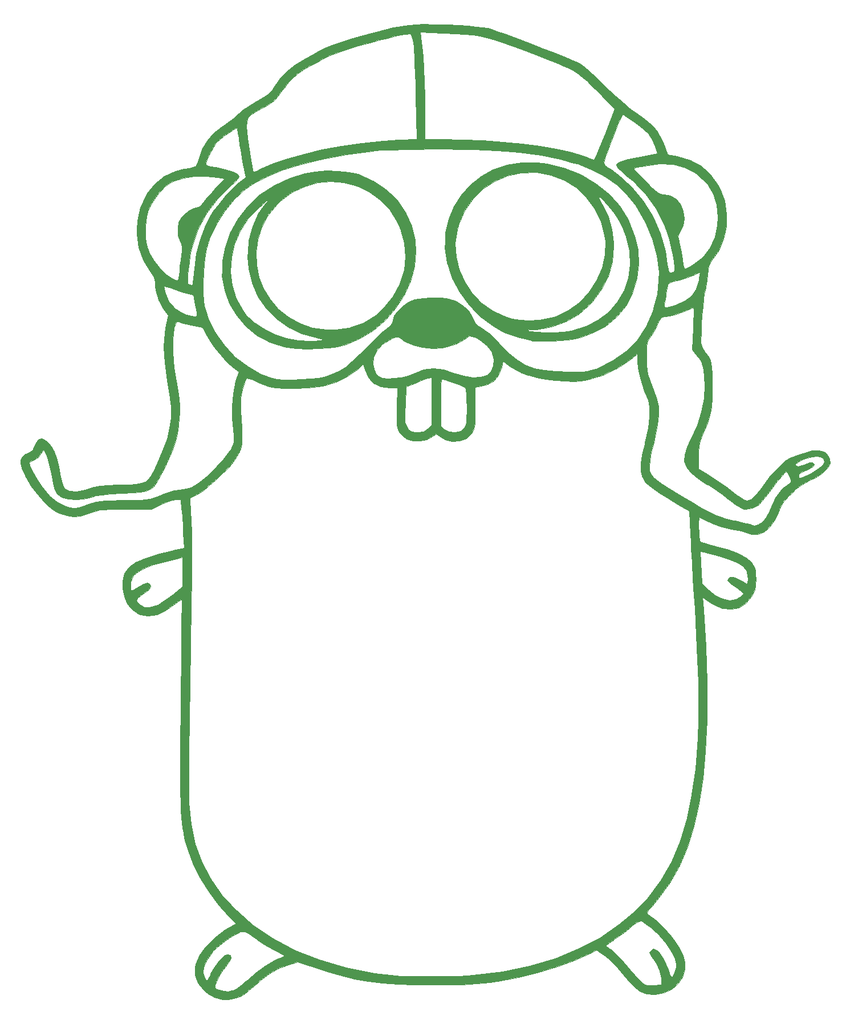
<source format=gbr>
G04 #@! TF.GenerationSoftware,KiCad,Pcbnew,(5.1.2)-1*
G04 #@! TF.CreationDate,2023-11-06T09:25:53+09:00*
G04 #@! TF.ProjectId,gopher_pilot_m5stack,676f7068-6572-45f7-9069-6c6f745f6d35,rev?*
G04 #@! TF.SameCoordinates,Original*
G04 #@! TF.FileFunction,Copper,L1,Top*
G04 #@! TF.FilePolarity,Positive*
%FSLAX46Y46*%
G04 Gerber Fmt 4.6, Leading zero omitted, Abs format (unit mm)*
G04 Created by KiCad (PCBNEW (5.1.2)-1) date 2023-11-06 09:25:53*
%MOMM*%
%LPD*%
G04 APERTURE LIST*
%ADD10C,0.010000*%
G04 APERTURE END LIST*
D10*
G36*
X117333809Y-38930593D02*
G01*
X118907204Y-38982561D01*
X119496668Y-39005734D01*
X121040881Y-39079429D01*
X122483890Y-39170393D01*
X123747784Y-39272176D01*
X124754655Y-39378325D01*
X125426593Y-39482387D01*
X125523786Y-39504887D01*
X126028098Y-39661242D01*
X126863774Y-39950309D01*
X127963206Y-40346347D01*
X129258787Y-40823612D01*
X130682909Y-41356363D01*
X132167966Y-41918859D01*
X133646349Y-42485356D01*
X135050452Y-43030114D01*
X136312667Y-43527391D01*
X137365387Y-43951443D01*
X138141004Y-44276530D01*
X138546668Y-44463430D01*
X139165557Y-44831535D01*
X139863041Y-45342250D01*
X140689266Y-46038406D01*
X141694380Y-46962833D01*
X142928529Y-48158364D01*
X143282261Y-48508128D01*
X144291190Y-49466362D01*
X145380608Y-50430378D01*
X146431942Y-51299358D01*
X147326617Y-51972485D01*
X147479718Y-52077005D01*
X148795300Y-53008184D01*
X149786123Y-53853565D01*
X150525283Y-54696108D01*
X151085877Y-55618773D01*
X151530035Y-56673930D01*
X152113063Y-58294620D01*
X153621006Y-58555328D01*
X155518368Y-59084532D01*
X157163133Y-59967467D01*
X158542556Y-61194528D01*
X159643894Y-62756108D01*
X159928139Y-63309333D01*
X160590614Y-65148515D01*
X160897290Y-67062984D01*
X160855829Y-68976118D01*
X160473894Y-70811293D01*
X159759146Y-72491888D01*
X158883532Y-73755831D01*
X158484150Y-74273931D01*
X158257236Y-74762054D01*
X158144751Y-75391298D01*
X158100282Y-76064882D01*
X158015517Y-76993488D01*
X157866397Y-77887444D01*
X157725951Y-78422389D01*
X157614017Y-78933851D01*
X157495780Y-79790149D01*
X157379192Y-80894623D01*
X157272205Y-82150614D01*
X157182771Y-83461459D01*
X157118842Y-84730500D01*
X157088368Y-85861076D01*
X157087015Y-86189190D01*
X157298866Y-86996350D01*
X157770382Y-87684110D01*
X158138437Y-88148615D01*
X158404951Y-88604914D01*
X158586069Y-89134429D01*
X158697934Y-89818581D01*
X158756690Y-90738793D01*
X158778483Y-91976487D01*
X158780566Y-92778911D01*
X158750389Y-94406950D01*
X158639214Y-95742809D01*
X158416078Y-96933057D01*
X158050016Y-98124261D01*
X157510064Y-99462986D01*
X157240729Y-100067607D01*
X156967528Y-100778419D01*
X156811681Y-101515943D01*
X156745689Y-102443660D01*
X156737753Y-103057896D01*
X156735651Y-104943838D01*
X157973362Y-105686743D01*
X160776357Y-107523845D01*
X162439888Y-108794875D01*
X163061746Y-109255639D01*
X163600962Y-109574099D01*
X163900427Y-109674320D01*
X164530878Y-109489987D01*
X165212765Y-108920409D01*
X165967781Y-107946041D01*
X166182727Y-107617726D01*
X166773689Y-106783487D01*
X167503459Y-105893338D01*
X168298491Y-105022191D01*
X169049767Y-104279998D01*
X171157684Y-104279998D01*
X171241112Y-104522880D01*
X171535441Y-104569787D01*
X172106745Y-104418460D01*
X172613445Y-104230207D01*
X173261439Y-104020216D01*
X173646305Y-104022814D01*
X173793777Y-104119772D01*
X173924778Y-104362844D01*
X173776358Y-104597576D01*
X173300200Y-104865984D01*
X172610651Y-105148571D01*
X171921693Y-105478326D01*
X171614640Y-105808376D01*
X171588193Y-105950657D01*
X171602434Y-106196179D01*
X171693130Y-106311453D01*
X171932238Y-106282066D01*
X172391719Y-106093605D01*
X173143531Y-105731657D01*
X173459711Y-105575799D01*
X174538469Y-104962869D01*
X175193528Y-104396073D01*
X175428825Y-103870603D01*
X175252805Y-103387191D01*
X174858663Y-103152042D01*
X174282787Y-103049504D01*
X174260589Y-103049346D01*
X173628847Y-103125163D01*
X172889643Y-103321451D01*
X172160833Y-103591468D01*
X171560272Y-103888470D01*
X171205817Y-104165713D01*
X171157684Y-104279998D01*
X169049767Y-104279998D01*
X169085236Y-104244958D01*
X169790148Y-103636550D01*
X170339678Y-103271879D01*
X170511922Y-103208229D01*
X171007231Y-103070358D01*
X171722504Y-102833237D01*
X172282392Y-102630319D01*
X173623921Y-102241709D01*
X174698318Y-102190652D01*
X175516422Y-102477389D01*
X175795435Y-102708002D01*
X176239130Y-103401440D01*
X176262841Y-104124991D01*
X175874905Y-104864279D01*
X175083658Y-105604932D01*
X173897437Y-106332575D01*
X173609460Y-106477259D01*
X172782784Y-106886565D01*
X172178801Y-107219507D01*
X171675897Y-107563065D01*
X171152453Y-108004218D01*
X170486855Y-108629947D01*
X170163474Y-108941830D01*
X169375370Y-109817760D01*
X168833117Y-110741693D01*
X168561606Y-111422162D01*
X167997802Y-112625256D01*
X167268081Y-113596311D01*
X166432641Y-114290923D01*
X165551677Y-114664685D01*
X164685389Y-114673192D01*
X164322728Y-114549007D01*
X163858316Y-114388749D01*
X163095473Y-114185120D01*
X162159958Y-113970155D01*
X161597396Y-113854781D01*
X160229620Y-113527782D01*
X159000998Y-113122543D01*
X158215959Y-112771145D01*
X157556670Y-112429656D01*
X157054963Y-112189393D01*
X156829303Y-112104998D01*
X156772692Y-112304116D01*
X156750887Y-112818259D01*
X156758843Y-113522606D01*
X156791515Y-114292341D01*
X156843858Y-115002644D01*
X156910829Y-115528696D01*
X156976149Y-115738438D01*
X157228368Y-115843482D01*
X157805685Y-116020699D01*
X158613816Y-116242494D01*
X159283742Y-116413821D01*
X161191430Y-116960879D01*
X162734764Y-117560477D01*
X163892861Y-118202764D01*
X164644836Y-118877893D01*
X164718028Y-118976644D01*
X165008794Y-119476397D01*
X165168223Y-120020656D01*
X165231548Y-120766013D01*
X165238193Y-121288406D01*
X165211483Y-122198690D01*
X165100755Y-122855696D01*
X164860109Y-123446150D01*
X164592430Y-123915494D01*
X163759809Y-124930978D01*
X162750829Y-125556455D01*
X161595592Y-125789547D01*
X160324202Y-125627872D01*
X158966761Y-125069051D01*
X157978861Y-124438393D01*
X157316055Y-123954122D01*
X157454735Y-125815212D01*
X157791575Y-131328247D01*
X157966726Y-136622546D01*
X157977506Y-141610887D01*
X157964020Y-142364129D01*
X157775980Y-146816116D01*
X157400743Y-150890201D01*
X156831471Y-154609586D01*
X156061327Y-157997474D01*
X155083472Y-161077068D01*
X153891069Y-163871570D01*
X152477280Y-166404182D01*
X150835266Y-168698108D01*
X149871545Y-169823487D01*
X149354899Y-170407287D01*
X149102141Y-170762174D01*
X149075608Y-170974502D01*
X149237634Y-171130627D01*
X149287827Y-171161788D01*
X150555317Y-172077934D01*
X151771107Y-173233433D01*
X152864495Y-174536716D01*
X153764779Y-175896211D01*
X154401257Y-177220350D01*
X154660111Y-178119689D01*
X154675990Y-179298582D01*
X154318972Y-180413227D01*
X153646657Y-181401854D01*
X152716649Y-182202693D01*
X151586552Y-182753976D01*
X150313968Y-182993932D01*
X150109669Y-182999278D01*
X149023419Y-182911039D01*
X148126271Y-182594464D01*
X147299055Y-181987385D01*
X146491499Y-181111780D01*
X145486597Y-179907478D01*
X144687467Y-178988765D01*
X144034295Y-178293569D01*
X143467269Y-177759815D01*
X142926577Y-177325428D01*
X142658171Y-177133532D01*
X141603573Y-176404023D01*
X140613256Y-176913732D01*
X138392514Y-177927120D01*
X135828494Y-178870202D01*
X133006198Y-179717576D01*
X130010627Y-180443842D01*
X126926782Y-181023598D01*
X126784224Y-181046321D01*
X125759464Y-181198757D01*
X124794197Y-181317224D01*
X123810299Y-181406002D01*
X122729645Y-181469371D01*
X121474111Y-181511610D01*
X119965573Y-181537000D01*
X118125907Y-181549820D01*
X117559379Y-181551689D01*
X114660781Y-181530612D01*
X112106909Y-181442735D01*
X109815363Y-181276526D01*
X107703744Y-181020453D01*
X105689652Y-180662984D01*
X103690687Y-180192586D01*
X101624450Y-179597727D01*
X100125506Y-179111727D01*
X97221293Y-178134444D01*
X95820421Y-178577927D01*
X94399398Y-179127377D01*
X93061475Y-179872475D01*
X91692197Y-180883625D01*
X90760227Y-181690488D01*
X90015999Y-182332186D01*
X89313060Y-182881489D01*
X88764512Y-183252064D01*
X88607684Y-183333507D01*
X87754329Y-183609129D01*
X86855306Y-183759505D01*
X86111763Y-183753249D01*
X86024634Y-183736532D01*
X84848425Y-183383879D01*
X83920279Y-182887977D01*
X83217986Y-182310048D01*
X82379204Y-181272615D01*
X81948349Y-180146954D01*
X81943836Y-179751363D01*
X83162300Y-179751363D01*
X83400677Y-180515508D01*
X83424859Y-180561312D01*
X83595147Y-180846365D01*
X83736455Y-180896958D01*
X83918857Y-180663010D01*
X84212425Y-180094439D01*
X84285791Y-179945991D01*
X84788097Y-179062667D01*
X85368984Y-178245524D01*
X85954714Y-177580453D01*
X86471546Y-177153346D01*
X86780041Y-177040650D01*
X87195300Y-177176082D01*
X87288092Y-177546641D01*
X87061767Y-178098725D01*
X86682445Y-178602137D01*
X85867047Y-179708767D01*
X85215609Y-180937483D01*
X84964384Y-181614295D01*
X84928216Y-181966720D01*
X85159266Y-182181740D01*
X85528713Y-182312201D01*
X86266972Y-182496811D01*
X86837434Y-182521296D01*
X87471960Y-182389744D01*
X87613749Y-182348963D01*
X88108454Y-182103973D01*
X88789484Y-181639010D01*
X89533434Y-181040909D01*
X89764870Y-180835361D01*
X91099037Y-179704307D01*
X92414692Y-178747122D01*
X93619739Y-178026756D01*
X94365735Y-177690602D01*
X94874740Y-177472085D01*
X95154416Y-177291246D01*
X95172939Y-177254905D01*
X94994453Y-177094136D01*
X94532919Y-176822219D01*
X94058946Y-176581449D01*
X93380976Y-176214804D01*
X92498484Y-175680793D01*
X91557027Y-175069150D01*
X91121248Y-174770366D01*
X90287030Y-174195593D01*
X89714047Y-173839154D01*
X89312242Y-173664035D01*
X88991554Y-173633223D01*
X88661926Y-173709702D01*
X88594761Y-173731983D01*
X87918509Y-174054033D01*
X87057499Y-174591508D01*
X86136140Y-175252431D01*
X85278844Y-175944825D01*
X84610020Y-176576712D01*
X84380314Y-176847740D01*
X83636431Y-177978447D01*
X83235655Y-178925999D01*
X83162300Y-179751363D01*
X81943836Y-179751363D01*
X81934844Y-178963204D01*
X82034792Y-178525798D01*
X82629239Y-177174562D01*
X83593883Y-175836176D01*
X84871295Y-174574533D01*
X86404048Y-173453521D01*
X86818496Y-173203831D01*
X88060748Y-172485500D01*
X87072968Y-171505249D01*
X85527412Y-169785399D01*
X84068221Y-167808826D01*
X82758055Y-165682283D01*
X81659570Y-163512529D01*
X80835425Y-161406318D01*
X80534436Y-160364998D01*
X80373661Y-159684833D01*
X80234856Y-159005733D01*
X80116876Y-158292641D01*
X80018570Y-157510497D01*
X79938793Y-156624243D01*
X79876397Y-155598821D01*
X79830234Y-154399172D01*
X79799156Y-152990238D01*
X79785721Y-151694273D01*
X81017693Y-151694273D01*
X81019273Y-153061385D01*
X81029202Y-154060891D01*
X81041070Y-154511955D01*
X81337541Y-157709162D01*
X81970999Y-160650024D01*
X82958387Y-163373648D01*
X84316650Y-165919140D01*
X86062729Y-168325608D01*
X87887391Y-170313736D01*
X90557700Y-172652546D01*
X93541756Y-174689177D01*
X96839119Y-176423446D01*
X100449350Y-177855171D01*
X104372007Y-178984168D01*
X108606652Y-179810257D01*
X111747515Y-180207308D01*
X112541836Y-180258596D01*
X113673794Y-180293390D01*
X115050842Y-180312320D01*
X116580431Y-180316012D01*
X118170013Y-180305094D01*
X119727042Y-180280195D01*
X121158968Y-180241941D01*
X122373244Y-180190961D01*
X123263617Y-180129190D01*
X127644795Y-179566076D01*
X131696370Y-178734107D01*
X135435089Y-177626788D01*
X138877699Y-176237625D01*
X139848068Y-175723029D01*
X142965484Y-175723029D01*
X143126764Y-175902544D01*
X143529385Y-176185929D01*
X143593671Y-176225520D01*
X144000979Y-176549039D01*
X144598266Y-177117956D01*
X145294812Y-177842739D01*
X145800026Y-178403037D01*
X146776097Y-179518354D01*
X147511498Y-180350304D01*
X148058557Y-180939171D01*
X148469603Y-181325237D01*
X148796964Y-181548784D01*
X149092968Y-181650095D01*
X149409943Y-181669453D01*
X149800217Y-181647140D01*
X149998485Y-181635037D01*
X151246668Y-181568476D01*
X151208012Y-180651469D01*
X150983237Y-179548480D01*
X150426448Y-178346758D01*
X149802812Y-177424765D01*
X149504504Y-176994060D01*
X149473509Y-176723819D01*
X149670995Y-176464508D01*
X150037144Y-176235415D01*
X150461411Y-176360542D01*
X150894802Y-176760659D01*
X151382305Y-177458429D01*
X151851104Y-178329401D01*
X152228382Y-179249127D01*
X152317884Y-179533393D01*
X152519479Y-180097111D01*
X152713898Y-180427834D01*
X152777206Y-180464129D01*
X152957150Y-180275191D01*
X153185439Y-179799329D01*
X153276441Y-179550763D01*
X153451703Y-178919749D01*
X153450678Y-178414726D01*
X153266305Y-177793308D01*
X153221759Y-177673371D01*
X152652966Y-176536818D01*
X151806555Y-175311429D01*
X150785178Y-174115456D01*
X149691491Y-173067146D01*
X148628146Y-172284748D01*
X148459534Y-172187654D01*
X148183482Y-172078628D01*
X147898415Y-172111923D01*
X147512539Y-172330341D01*
X146934063Y-172776682D01*
X146592664Y-173058137D01*
X145760207Y-173719357D01*
X144875052Y-174374104D01*
X144123017Y-174885141D01*
X144095569Y-174902380D01*
X143503773Y-175289493D01*
X143094278Y-175590135D01*
X142965484Y-175723029D01*
X139848068Y-175723029D01*
X142040949Y-174560124D01*
X144941587Y-172587791D01*
X146893246Y-170966737D01*
X149187788Y-168635952D01*
X151134655Y-166082034D01*
X152747243Y-163280834D01*
X154038947Y-160208199D01*
X155023160Y-156839980D01*
X155223012Y-155947607D01*
X155640407Y-153819767D01*
X155988852Y-151689026D01*
X156269278Y-149514702D01*
X156482618Y-147256111D01*
X156629801Y-144872571D01*
X156711760Y-142323397D01*
X156729424Y-139567908D01*
X156683727Y-136565420D01*
X156575597Y-133275249D01*
X156405967Y-129656714D01*
X156175769Y-125669131D01*
X155983816Y-122706737D01*
X155876281Y-121029330D01*
X155768651Y-119213736D01*
X155669390Y-117412378D01*
X155657813Y-117182766D01*
X156974917Y-117182766D01*
X157202555Y-121933694D01*
X158099187Y-122792764D01*
X159211250Y-123682323D01*
X160318355Y-124242184D01*
X161364219Y-124458742D01*
X162292561Y-124318394D01*
X162898515Y-123952728D01*
X163488776Y-123431762D01*
X162533823Y-122741842D01*
X161790487Y-122195137D01*
X161342352Y-121830684D01*
X161126524Y-121585531D01*
X161080112Y-121396726D01*
X161099888Y-121306551D01*
X161385135Y-121032687D01*
X161912790Y-121011853D01*
X162578834Y-121234821D01*
X162990604Y-121474281D01*
X163509659Y-121811826D01*
X163866275Y-122016195D01*
X163942052Y-122044129D01*
X164037928Y-121853539D01*
X164055161Y-121383911D01*
X164003874Y-120788452D01*
X163894185Y-120220371D01*
X163804074Y-119955327D01*
X163368567Y-119440191D01*
X162528481Y-118914207D01*
X161309233Y-118388117D01*
X159736237Y-117872662D01*
X157834910Y-117378584D01*
X157554860Y-117314197D01*
X156974917Y-117182766D01*
X155657813Y-117182766D01*
X155586963Y-115777675D01*
X155538989Y-114696269D01*
X155398439Y-111213627D01*
X153860689Y-110307058D01*
X152247694Y-109341608D01*
X150981663Y-108549081D01*
X150025151Y-107903528D01*
X149340709Y-107378998D01*
X148890892Y-106949541D01*
X148739089Y-106757794D01*
X148378394Y-106062119D01*
X148196891Y-105229590D01*
X148195095Y-104196075D01*
X148373521Y-102897439D01*
X148732684Y-101269549D01*
X148784792Y-101061520D01*
X149249954Y-98947483D01*
X149483565Y-97188817D01*
X149486231Y-95768887D01*
X149258558Y-94671059D01*
X149034807Y-94197581D01*
X148671275Y-93415297D01*
X148316780Y-92346717D01*
X148010172Y-91146222D01*
X147790298Y-89968197D01*
X147696009Y-88967024D01*
X147694973Y-88873227D01*
X147694973Y-88070011D01*
X148991760Y-88070011D01*
X149046095Y-89571033D01*
X149227451Y-90838100D01*
X149577823Y-92070203D01*
X150122677Y-93428779D01*
X150538821Y-94569242D01*
X150765843Y-95723730D01*
X150803495Y-96978401D01*
X150651528Y-98419416D01*
X150309694Y-100132933D01*
X150100855Y-100988408D01*
X149735240Y-102504958D01*
X149510677Y-103672148D01*
X149427368Y-104558045D01*
X149485514Y-105230718D01*
X149685318Y-105758233D01*
X150026980Y-106208659D01*
X150116583Y-106299641D01*
X150518523Y-106618182D01*
X151228015Y-107104583D01*
X152174196Y-107716062D01*
X153286207Y-108409839D01*
X154493185Y-109143134D01*
X155724271Y-109873167D01*
X156908602Y-110557156D01*
X157975317Y-111152322D01*
X158853556Y-111615884D01*
X159211074Y-111790185D01*
X159936440Y-112066239D01*
X160907937Y-112354190D01*
X161945690Y-112602221D01*
X162218199Y-112656434D01*
X163114213Y-112839925D01*
X163870545Y-113021052D01*
X164370311Y-113170728D01*
X164478368Y-113218861D01*
X165057671Y-113408284D01*
X165654568Y-113240010D01*
X166253161Y-112790543D01*
X166825894Y-112082510D01*
X167297665Y-111150883D01*
X167364332Y-110968369D01*
X168140175Y-109271022D01*
X169191275Y-107906455D01*
X170452274Y-106918453D01*
X170472672Y-106687237D01*
X170346395Y-106245336D01*
X170142108Y-105760881D01*
X169928474Y-105402003D01*
X169798545Y-105317732D01*
X169534203Y-105535014D01*
X169065256Y-106046998D01*
X168442120Y-106792494D01*
X167715209Y-107710308D01*
X166934939Y-108739249D01*
X166565820Y-109241496D01*
X165662042Y-110234986D01*
X164711452Y-110800524D01*
X163725004Y-110932224D01*
X163482204Y-110898252D01*
X162971532Y-110691192D01*
X162254979Y-110259697D01*
X161446688Y-109674806D01*
X161203018Y-109479753D01*
X160251397Y-108746101D01*
X159168427Y-107981368D01*
X158165581Y-107333933D01*
X158027176Y-107251427D01*
X156612272Y-106352543D01*
X155590368Y-105519386D01*
X154940548Y-104696238D01*
X154641893Y-103827379D01*
X154673486Y-102857089D01*
X155014409Y-101729650D01*
X155532181Y-100605362D01*
X156521328Y-98449018D01*
X157189389Y-96453348D01*
X157559181Y-94513291D01*
X157653522Y-92523791D01*
X157579939Y-91176712D01*
X157478877Y-90222073D01*
X157347178Y-89560265D01*
X157135472Y-89042799D01*
X156794389Y-88521187D01*
X156620398Y-88290756D01*
X155825400Y-87257172D01*
X155958408Y-84109781D01*
X155997936Y-82988601D01*
X156016286Y-82043628D01*
X156013110Y-81353037D01*
X155988063Y-80995003D01*
X155972335Y-80962389D01*
X155719914Y-81054549D01*
X155253961Y-81281062D01*
X155164368Y-81328100D01*
X154370204Y-81671351D01*
X153404838Y-81980485D01*
X152457407Y-82202634D01*
X151741062Y-82284985D01*
X151345945Y-82360310D01*
X151047273Y-82651280D01*
X150739194Y-83261855D01*
X150733883Y-83274157D01*
X150341103Y-84073008D01*
X149848184Y-84933383D01*
X149647539Y-85246561D01*
X149317063Y-85776719D01*
X149120170Y-86245293D01*
X149023257Y-86796963D01*
X148992720Y-87576409D01*
X148991760Y-88070011D01*
X147694973Y-88070011D01*
X147694973Y-87799074D01*
X146574873Y-88707559D01*
X144635116Y-90024856D01*
X142467327Y-91048104D01*
X140201618Y-91721240D01*
X139173833Y-91896403D01*
X138187122Y-91947230D01*
X136914051Y-91903437D01*
X135485406Y-91779620D01*
X134031972Y-91590371D01*
X132684533Y-91350286D01*
X131573873Y-91073958D01*
X131448046Y-91034295D01*
X130485563Y-90659908D01*
X129520849Y-90186458D01*
X128780823Y-89728629D01*
X127719454Y-88946220D01*
X127488830Y-89886005D01*
X127046360Y-91068455D01*
X126362108Y-91901650D01*
X125391738Y-92426291D01*
X124493831Y-92635413D01*
X123516259Y-92778911D01*
X123566102Y-95687186D01*
X123569526Y-97135618D01*
X123508801Y-98220050D01*
X123362554Y-99016033D01*
X123109413Y-99599122D01*
X122728005Y-100044867D01*
X122230709Y-100407853D01*
X121259713Y-100780440D01*
X120159017Y-100837039D01*
X119094312Y-100583008D01*
X118548942Y-100288782D01*
X117756394Y-99736915D01*
X117120354Y-100219427D01*
X116306749Y-100616903D01*
X115304256Y-100799884D01*
X114286579Y-100759126D01*
X113427422Y-100485389D01*
X113319804Y-100421635D01*
X112763627Y-100022648D01*
X112369113Y-99603395D01*
X112111548Y-99082757D01*
X111966217Y-98379614D01*
X111908675Y-97417361D01*
X113112144Y-97417361D01*
X113163129Y-98010402D01*
X113274231Y-98436868D01*
X113351389Y-98611055D01*
X113647569Y-99097960D01*
X114001987Y-99362140D01*
X114553315Y-99473678D01*
X115106337Y-99497996D01*
X115889485Y-99401970D01*
X116503409Y-99025634D01*
X116559303Y-98973805D01*
X117128871Y-98432178D01*
X117128871Y-95082011D01*
X118420396Y-95082011D01*
X118420396Y-98599893D01*
X118987561Y-99057663D01*
X119745326Y-99438935D01*
X120599332Y-99523702D01*
X121393943Y-99316079D01*
X121847289Y-98982017D01*
X122052390Y-98728620D01*
X122189196Y-98441406D01*
X122270231Y-98032235D01*
X122308017Y-97412965D01*
X122315078Y-96495456D01*
X122309430Y-95729191D01*
X122287411Y-94676033D01*
X122246529Y-93789909D01*
X122192511Y-93160754D01*
X122131086Y-92878505D01*
X122127642Y-92874864D01*
X121861163Y-92741430D01*
X121309065Y-92514831D01*
X120594461Y-92240615D01*
X119840464Y-91964328D01*
X119170188Y-91731518D01*
X118706746Y-91587730D01*
X118581837Y-91563065D01*
X118527210Y-91771948D01*
X118480489Y-92348428D01*
X118445073Y-93218389D01*
X118424363Y-94307711D01*
X118420396Y-95082011D01*
X117128871Y-95082011D01*
X117128871Y-91334843D01*
X116536922Y-91478447D01*
X116026553Y-91640588D01*
X115295724Y-91917533D01*
X114629181Y-92195178D01*
X113313390Y-92768304D01*
X113170211Y-95367880D01*
X113116198Y-96566827D01*
X113112144Y-97417361D01*
X111908675Y-97417361D01*
X111908405Y-97412846D01*
X111913396Y-96101333D01*
X111919023Y-95823952D01*
X111982905Y-92889346D01*
X110889652Y-92889346D01*
X109553393Y-92725089D01*
X108498014Y-92227811D01*
X107714161Y-91390748D01*
X107195967Y-90219125D01*
X106962024Y-89417921D01*
X108376479Y-89417921D01*
X108513851Y-90113395D01*
X108805659Y-90794390D01*
X109211662Y-91229721D01*
X109816286Y-91459587D01*
X110703955Y-91524190D01*
X111424634Y-91499382D01*
X112613783Y-91376877D01*
X113591141Y-91130371D01*
X114438193Y-90773493D01*
X115901478Y-90222927D01*
X117340918Y-90035839D01*
X118852227Y-90210418D01*
X120318555Y-90662129D01*
X121822605Y-91123163D01*
X123214317Y-91335488D01*
X124414877Y-91293509D01*
X125301292Y-91015796D01*
X125869849Y-90484866D01*
X126229807Y-89678845D01*
X126331403Y-88733215D01*
X126286337Y-88333946D01*
X125953926Y-87496788D01*
X125321515Y-86654273D01*
X124501082Y-85929239D01*
X123677240Y-85471860D01*
X123077890Y-85257047D01*
X122721947Y-85215696D01*
X122457906Y-85345392D01*
X122337722Y-85450519D01*
X121670636Y-85905783D01*
X120718674Y-86347493D01*
X119625306Y-86717855D01*
X118630715Y-86943779D01*
X117236713Y-87033289D01*
X115773080Y-86886584D01*
X114366947Y-86533604D01*
X113145447Y-86004290D01*
X112385471Y-85472971D01*
X112129826Y-85326185D01*
X111785933Y-85352335D01*
X111230214Y-85570090D01*
X110984752Y-85684576D01*
X109827338Y-86411210D01*
X108985996Y-87312973D01*
X108491963Y-88333874D01*
X108376479Y-89417921D01*
X106962024Y-89417921D01*
X106949687Y-89375671D01*
X106065974Y-90151893D01*
X104574333Y-91245291D01*
X102884669Y-92061520D01*
X100951134Y-92614613D01*
X98727882Y-92918602D01*
X96787345Y-92991758D01*
X95250445Y-92970535D01*
X94025078Y-92881916D01*
X92994394Y-92702302D01*
X92041539Y-92408094D01*
X91049661Y-91975696D01*
X90573176Y-91736825D01*
X90026561Y-91513449D01*
X89636603Y-91459346D01*
X89559558Y-91492989D01*
X89416584Y-91789560D01*
X89218724Y-92384576D01*
X89018510Y-93112189D01*
X88863166Y-93832561D01*
X88774165Y-94557635D01*
X88746037Y-95405857D01*
X88773313Y-96495673D01*
X88819701Y-97417172D01*
X88900882Y-98946461D01*
X88937001Y-100120016D01*
X88909659Y-101022996D01*
X88800456Y-101740558D01*
X88590992Y-102357860D01*
X88262869Y-102960060D01*
X87797685Y-103632316D01*
X87346521Y-104235382D01*
X86770272Y-104906675D01*
X85977364Y-105708637D01*
X85058725Y-106561664D01*
X84105284Y-107386150D01*
X83207969Y-108102492D01*
X82457707Y-108631084D01*
X82090272Y-108837060D01*
X81169471Y-109259785D01*
X81310832Y-111510653D01*
X81354921Y-112274366D01*
X81391470Y-113064550D01*
X81420337Y-113913763D01*
X81441385Y-114854561D01*
X81454473Y-115919501D01*
X81459463Y-117141138D01*
X81456214Y-118552031D01*
X81444587Y-120184735D01*
X81424444Y-122071807D01*
X81395644Y-124245804D01*
X81358047Y-126739283D01*
X81311516Y-129584799D01*
X81255910Y-132814911D01*
X81208028Y-135517172D01*
X81161959Y-138228977D01*
X81121540Y-140880313D01*
X81087157Y-143427303D01*
X81059195Y-145826071D01*
X81038040Y-148032740D01*
X81024078Y-150003433D01*
X81017693Y-151694273D01*
X79785721Y-151694273D01*
X79782016Y-151336960D01*
X79777666Y-149404279D01*
X79784958Y-147157138D01*
X79802746Y-144560477D01*
X79829881Y-141579238D01*
X79851206Y-139492824D01*
X79877559Y-136950094D01*
X79901773Y-134539816D01*
X79923537Y-132297899D01*
X79942538Y-130260250D01*
X79958464Y-128462778D01*
X79971004Y-126941388D01*
X79979844Y-125731991D01*
X79984673Y-124870492D01*
X79985178Y-124392800D01*
X79983218Y-124305190D01*
X79816694Y-124395702D01*
X79420636Y-124690793D01*
X79115781Y-124934877D01*
X77656445Y-125955651D01*
X76270906Y-126575855D01*
X74979049Y-126789884D01*
X73800761Y-126592134D01*
X73570005Y-126497945D01*
X72640689Y-125866264D01*
X71919779Y-124965082D01*
X71424944Y-123885903D01*
X71173847Y-122720234D01*
X71176051Y-122472053D01*
X72358376Y-122472053D01*
X72439471Y-122925213D01*
X72480688Y-122981935D01*
X72712171Y-122940875D01*
X73174188Y-122698734D01*
X73557574Y-122450499D01*
X74355188Y-121997824D01*
X74925828Y-121895772D01*
X75256022Y-122144828D01*
X75324842Y-122386984D01*
X75234038Y-122773440D01*
X74806570Y-123160496D01*
X74545613Y-123321423D01*
X73957183Y-123702736D01*
X73503711Y-124069236D01*
X73413417Y-124165687D01*
X73265345Y-124446184D01*
X73384065Y-124723530D01*
X73720327Y-125051165D01*
X74391328Y-125461192D01*
X75150215Y-125535537D01*
X76082797Y-125276659D01*
X76421748Y-125128588D01*
X77057959Y-124768077D01*
X77856339Y-124226836D01*
X78655237Y-123615225D01*
X78735731Y-123548786D01*
X80105142Y-122408737D01*
X80105142Y-118060060D01*
X79513193Y-118193418D01*
X77448647Y-118693347D01*
X75786655Y-119175752D01*
X74500184Y-119652029D01*
X73562203Y-120133574D01*
X72945680Y-120631781D01*
X72650235Y-121086470D01*
X72433311Y-121806814D01*
X72358376Y-122472053D01*
X71176051Y-122472053D01*
X71184156Y-121559580D01*
X71473537Y-120495444D01*
X72059657Y-119619334D01*
X72214080Y-119474696D01*
X73199436Y-118819804D01*
X74591458Y-118197817D01*
X76366961Y-117617201D01*
X78502761Y-117086422D01*
X79098619Y-116960807D01*
X80352266Y-116705152D01*
X80222507Y-114460292D01*
X80152264Y-113315648D01*
X80074362Y-112156678D01*
X80001562Y-111169689D01*
X79974185Y-110834998D01*
X79855622Y-109454563D01*
X79143532Y-109454563D01*
X78596139Y-109549291D01*
X77828890Y-109798399D01*
X77002245Y-110149273D01*
X76954310Y-110172389D01*
X75477176Y-110890216D01*
X71710227Y-110901784D01*
X70325758Y-110909941D01*
X69282016Y-110931560D01*
X68489232Y-110976966D01*
X67857633Y-111056485D01*
X67297451Y-111180441D01*
X66718914Y-111359160D01*
X66227021Y-111532441D01*
X64985141Y-111910375D01*
X63941037Y-112036219D01*
X62936362Y-111906081D01*
X61812764Y-111516071D01*
X61586718Y-111418435D01*
X60632478Y-110830988D01*
X59605344Y-109917412D01*
X58577663Y-108767422D01*
X57621779Y-107470731D01*
X56810040Y-106117053D01*
X56214791Y-104796100D01*
X56189589Y-104725664D01*
X56021176Y-104122137D01*
X56026661Y-104053566D01*
X57288193Y-104053566D01*
X57400645Y-104402388D01*
X57699519Y-105012649D01*
X58127093Y-105781952D01*
X58625644Y-106607900D01*
X59137452Y-107388096D01*
X59290715Y-107605962D01*
X60401058Y-108954740D01*
X61519884Y-109903608D01*
X62615298Y-110464654D01*
X63340552Y-110682074D01*
X64008345Y-110743362D01*
X64751392Y-110638927D01*
X65702411Y-110359178D01*
X66129728Y-110210686D01*
X66753392Y-110000549D01*
X67323072Y-109847936D01*
X67928027Y-109742745D01*
X68657516Y-109674870D01*
X69600799Y-109634205D01*
X70847136Y-109610647D01*
X71494973Y-109603295D01*
X72862032Y-109586633D01*
X73878933Y-109561511D01*
X74626024Y-109517376D01*
X75183650Y-109443672D01*
X75632157Y-109329845D01*
X76051892Y-109165341D01*
X76514498Y-108943921D01*
X77577621Y-108525179D01*
X78880457Y-108177997D01*
X79695628Y-108027232D01*
X80671539Y-107860253D01*
X81367430Y-107677061D01*
X81931738Y-107418373D01*
X82512901Y-107024904D01*
X82841227Y-106770918D01*
X84066155Y-105728251D01*
X85219621Y-104606357D01*
X86218790Y-103494398D01*
X86980825Y-102481535D01*
X87261316Y-102013335D01*
X87547472Y-101448470D01*
X87707337Y-101002167D01*
X87757730Y-100532169D01*
X87715469Y-99896222D01*
X87610984Y-99055784D01*
X87473746Y-97352830D01*
X87479166Y-95567601D01*
X87618740Y-93850127D01*
X87883965Y-92350435D01*
X88018860Y-91859431D01*
X88443257Y-90498211D01*
X87478403Y-89761170D01*
X86605341Y-88978501D01*
X85652776Y-87938136D01*
X84733168Y-86777771D01*
X83958977Y-85635103D01*
X83625297Y-85043375D01*
X83045409Y-83906912D01*
X81413835Y-83576393D01*
X80584828Y-83397508D01*
X79894758Y-83228800D01*
X79475839Y-83102942D01*
X79444411Y-83089709D01*
X79222208Y-83083603D01*
X79046157Y-83357051D01*
X78869960Y-83986177D01*
X78852461Y-84063078D01*
X78636577Y-85689025D01*
X78636229Y-87663634D01*
X78850121Y-89953948D01*
X79160838Y-91916474D01*
X79409123Y-93361049D01*
X79563900Y-94525906D01*
X79637795Y-95559432D01*
X79643434Y-96610015D01*
X79619465Y-97306737D01*
X79529043Y-98538823D01*
X79356400Y-99673789D01*
X79073289Y-100804003D01*
X78651467Y-102021831D01*
X78062688Y-103419641D01*
X77278708Y-105089799D01*
X77173107Y-105306889D01*
X76673066Y-106316227D01*
X76243594Y-107078081D01*
X75813885Y-107630459D01*
X75313133Y-108011371D01*
X74670531Y-108258826D01*
X73815273Y-108410833D01*
X72676553Y-108505402D01*
X71183563Y-108580541D01*
X71064464Y-108586031D01*
X69414159Y-108680707D01*
X68146430Y-108797223D01*
X67213630Y-108941291D01*
X66568114Y-109118621D01*
X66544125Y-109127838D01*
X65404217Y-109439585D01*
X64234684Y-109531328D01*
X63128824Y-109418631D01*
X62179936Y-109117056D01*
X61481321Y-108642169D01*
X61200450Y-108236436D01*
X61057817Y-107782488D01*
X60879279Y-107025807D01*
X60695186Y-106100140D01*
X60624072Y-105696462D01*
X60395895Y-104550614D01*
X60131781Y-103547592D01*
X59858129Y-102765804D01*
X59601336Y-102283663D01*
X59435419Y-102165868D01*
X59254209Y-102343415D01*
X59044297Y-102729518D01*
X58679254Y-103192829D01*
X58117243Y-103581059D01*
X58041101Y-103615961D01*
X57556604Y-103850781D01*
X57300323Y-104027844D01*
X57288193Y-104053566D01*
X56026661Y-104053566D01*
X56056300Y-103683090D01*
X56222361Y-103319395D01*
X56667710Y-102829678D01*
X57222104Y-102532317D01*
X57805407Y-102208629D01*
X58041630Y-101752316D01*
X58309644Y-101102803D01*
X58708745Y-100606404D01*
X59128079Y-100399255D01*
X59143726Y-100398911D01*
X59465148Y-100535489D01*
X59948274Y-100880214D01*
X60172669Y-101071818D01*
X60662975Y-101622042D01*
X61063776Y-102341082D01*
X61402776Y-103302585D01*
X61707681Y-104580197D01*
X61916592Y-105707476D01*
X62145329Y-106806288D01*
X62389909Y-107542928D01*
X62597835Y-107850449D01*
X63365446Y-108209355D01*
X64357946Y-108275360D01*
X65617748Y-108049193D01*
X66099584Y-107910499D01*
X66991244Y-107671586D01*
X67940063Y-107503475D01*
X69064044Y-107390893D01*
X70481191Y-107318570D01*
X70741583Y-107309761D01*
X72170503Y-107262759D01*
X73243066Y-107198850D01*
X74032775Y-107076863D01*
X74613130Y-106855628D01*
X75057634Y-106493975D01*
X75439789Y-105950734D01*
X75833096Y-105184734D01*
X76288943Y-104202556D01*
X77151993Y-102230720D01*
X77777543Y-100503928D01*
X78179414Y-98911877D01*
X78371428Y-97344267D01*
X78367407Y-95690794D01*
X78181172Y-93841157D01*
X77844973Y-91784998D01*
X77455600Y-89132558D01*
X77324103Y-86801433D01*
X77449746Y-84759785D01*
X77656154Y-83626657D01*
X78005472Y-82141633D01*
X77245535Y-81120090D01*
X76564967Y-79892170D01*
X76138162Y-78446465D01*
X76077542Y-77818221D01*
X77308037Y-77818221D01*
X77361166Y-78116861D01*
X77492360Y-78664611D01*
X77544430Y-78864129D01*
X78092787Y-80126557D01*
X78987760Y-81134917D01*
X79972324Y-81757043D01*
X80712346Y-82054416D01*
X81403493Y-82237937D01*
X81942285Y-82290989D01*
X82225244Y-82196951D01*
X82244411Y-82121955D01*
X82199844Y-81833752D01*
X82096524Y-81244105D01*
X81968521Y-80544053D01*
X81705904Y-79131803D01*
X80636455Y-78850916D01*
X79775179Y-78592926D01*
X78825536Y-78263084D01*
X78436922Y-78112910D01*
X77827805Y-77892252D01*
X77418002Y-77793069D01*
X77308037Y-77818221D01*
X76077542Y-77818221D01*
X76015312Y-77173302D01*
X75846457Y-76464547D01*
X75387801Y-75685236D01*
X75376622Y-75670684D01*
X74293052Y-73927328D01*
X73596387Y-72041981D01*
X73289288Y-70071865D01*
X73314630Y-69477172D01*
X74624481Y-69477172D01*
X74641201Y-70544920D01*
X74709471Y-71326781D01*
X74856455Y-71977899D01*
X75109318Y-72653416D01*
X75228179Y-72925032D01*
X75860382Y-74035755D01*
X76712664Y-75122519D01*
X77663596Y-76047736D01*
X78490735Y-76621804D01*
X79034658Y-76893751D01*
X79325671Y-76946779D01*
X79346109Y-76925566D01*
X80834388Y-76925566D01*
X80846675Y-77372717D01*
X80867306Y-77443044D01*
X81104556Y-77598781D01*
X81429534Y-77655514D01*
X81610591Y-77576138D01*
X81611922Y-77562313D01*
X81631263Y-77334978D01*
X83154158Y-77334978D01*
X83157166Y-78729185D01*
X83218166Y-79923012D01*
X83326480Y-80724102D01*
X83970436Y-82785781D01*
X84989147Y-84775918D01*
X86327023Y-86635047D01*
X87928471Y-88303702D01*
X89737900Y-89722418D01*
X91699718Y-90831727D01*
X93366538Y-91463874D01*
X94133429Y-91602080D01*
X95210105Y-91679335D01*
X96480389Y-91698692D01*
X97828100Y-91663203D01*
X99137060Y-91575919D01*
X100291089Y-91439894D01*
X101171768Y-91258821D01*
X102314167Y-90881184D01*
X103321497Y-90418839D01*
X104279792Y-89812874D01*
X105275085Y-89004378D01*
X106393408Y-87934441D01*
X107114744Y-87189368D01*
X108006697Y-86274061D01*
X108873272Y-85426750D01*
X109636430Y-84720847D01*
X110218129Y-84229766D01*
X110401791Y-84097194D01*
X110990016Y-83652171D01*
X111264070Y-83247612D01*
X111316622Y-82895634D01*
X111503392Y-82243150D01*
X112007055Y-81519519D01*
X112743754Y-80814980D01*
X113629633Y-80219774D01*
X113955670Y-80055699D01*
X114562630Y-79809056D01*
X115166080Y-79653936D01*
X115894108Y-79570767D01*
X116874804Y-79539976D01*
X117344125Y-79537937D01*
X118454856Y-79553801D01*
X119264020Y-79614479D01*
X119899859Y-79739605D01*
X120490613Y-79948810D01*
X120735946Y-80057184D01*
X121754165Y-80666867D01*
X122587062Y-81440088D01*
X123142755Y-82280096D01*
X123301660Y-82758870D01*
X123500566Y-83247836D01*
X123946253Y-83656320D01*
X124422836Y-83933072D01*
X125005387Y-84327359D01*
X125780582Y-84981790D01*
X126662324Y-85819861D01*
X127362300Y-86544980D01*
X128603502Y-87789849D01*
X129788296Y-88756419D01*
X130997698Y-89476646D01*
X132312720Y-89982489D01*
X133814378Y-90305904D01*
X135583686Y-90478848D01*
X137470396Y-90532249D01*
X138674009Y-90531351D01*
X139560668Y-90500777D01*
X140243684Y-90425829D01*
X140836365Y-90291808D01*
X141452018Y-90084012D01*
X141719849Y-89980966D01*
X144012501Y-88871141D01*
X145983096Y-87468611D01*
X147629103Y-85776714D01*
X148947991Y-83798786D01*
X149937228Y-81538164D01*
X150134089Y-80777156D01*
X151612569Y-80777156D01*
X151744330Y-80929319D01*
X152108883Y-80923912D01*
X152767639Y-80762928D01*
X153537977Y-80526574D01*
X154817871Y-79985026D01*
X155746009Y-79254986D01*
X156379175Y-78268950D01*
X156774150Y-76959413D01*
X156837480Y-76604072D01*
X156987476Y-75669233D01*
X155838762Y-76190501D01*
X154919800Y-76549616D01*
X153897590Y-76866649D01*
X153452966Y-76975286D01*
X152822254Y-77118540D01*
X152427317Y-77285264D01*
X152195308Y-77574811D01*
X152053382Y-78086536D01*
X151928690Y-78919791D01*
X151906101Y-79084998D01*
X151793047Y-79791908D01*
X151671246Y-80390188D01*
X151652186Y-80465433D01*
X151612569Y-80777156D01*
X150134089Y-80777156D01*
X150594283Y-78998185D01*
X150738901Y-78091085D01*
X150853085Y-75712763D01*
X150571068Y-73259784D01*
X149908064Y-70787586D01*
X148879287Y-68351606D01*
X147499951Y-66007282D01*
X147371359Y-65820241D01*
X146086185Y-64200584D01*
X144612805Y-62787470D01*
X142921025Y-61568233D01*
X140980651Y-60530211D01*
X138761488Y-59660736D01*
X138224243Y-59509094D01*
X142696376Y-59509094D01*
X142728739Y-59726476D01*
X142844573Y-59852469D01*
X142871391Y-59869346D01*
X143201936Y-60094311D01*
X143777685Y-60512029D01*
X144499552Y-61050046D01*
X144876192Y-61335335D01*
X146805208Y-63069976D01*
X148497197Y-65129684D01*
X149916224Y-67448938D01*
X151026357Y-69962221D01*
X151791661Y-72604012D01*
X152105420Y-74516611D01*
X152213361Y-75289788D01*
X152336603Y-75694827D01*
X152502503Y-75805154D01*
X152578591Y-75786611D01*
X152983993Y-75672965D01*
X153096477Y-75661520D01*
X153205073Y-75463876D01*
X153201337Y-74923556D01*
X153101461Y-74119480D01*
X152921637Y-73130568D01*
X152678054Y-72035739D01*
X152386905Y-70913913D01*
X152064380Y-69844010D01*
X151726670Y-68904948D01*
X151693599Y-68823497D01*
X150443618Y-66308397D01*
X148879380Y-64091401D01*
X146986676Y-62153838D01*
X146014365Y-61360783D01*
X145171088Y-60672730D01*
X144804831Y-60296351D01*
X147049210Y-60296351D01*
X147190789Y-60453654D01*
X147576922Y-60864153D01*
X148149706Y-61466696D01*
X148851234Y-62200128D01*
X148898141Y-62249031D01*
X149698208Y-63070091D01*
X150277605Y-63620323D01*
X150708623Y-63952586D01*
X151063549Y-64119737D01*
X151414673Y-64174637D01*
X151535005Y-64177128D01*
X152552986Y-64376244D01*
X153410169Y-64915044D01*
X154066214Y-65709120D01*
X154480783Y-66674059D01*
X154613534Y-67725453D01*
X154424128Y-68778891D01*
X154070882Y-69483405D01*
X153737200Y-70103739D01*
X153696083Y-70586599D01*
X153740878Y-70742327D01*
X153868278Y-71210729D01*
X154021701Y-71949742D01*
X154156619Y-72730153D01*
X154330539Y-73816879D01*
X154459736Y-74537711D01*
X154561175Y-74963935D01*
X154651822Y-75166839D01*
X154748643Y-75217708D01*
X154748650Y-75217708D01*
X155005923Y-75114430D01*
X155513601Y-74848509D01*
X156033224Y-74552302D01*
X157401828Y-73503555D01*
X158455989Y-72167654D01*
X159179592Y-70575926D01*
X159556519Y-68759698D01*
X159609811Y-67599781D01*
X159436961Y-65747545D01*
X158936550Y-64138616D01*
X158083001Y-62701465D01*
X157682524Y-62210283D01*
X156363005Y-61024048D01*
X154802790Y-60202838D01*
X153001258Y-59746510D01*
X150957786Y-59654923D01*
X148671754Y-59927934D01*
X148179295Y-60027586D01*
X147553247Y-60166686D01*
X147142869Y-60266083D01*
X147049210Y-60296351D01*
X144804831Y-60296351D01*
X144661500Y-60149059D01*
X144507635Y-59812530D01*
X144508777Y-59805393D01*
X144696824Y-59548032D01*
X145184436Y-59294485D01*
X146004817Y-59033997D01*
X147191172Y-58755809D01*
X148590868Y-58482948D01*
X150670662Y-58102389D01*
X150312902Y-57050403D01*
X149879970Y-56048678D01*
X149275545Y-55176576D01*
X148423267Y-54346490D01*
X147246773Y-53470814D01*
X147115536Y-53382184D01*
X145441696Y-52259406D01*
X145186205Y-52759751D01*
X145020665Y-53135310D01*
X144734341Y-53837570D01*
X144361252Y-54781040D01*
X143935416Y-55880228D01*
X143716092Y-56454286D01*
X143257340Y-57672917D01*
X142944953Y-58545883D01*
X142763206Y-59136752D01*
X142696376Y-59509094D01*
X138224243Y-59509094D01*
X136233344Y-58947146D01*
X133366025Y-58376774D01*
X130129337Y-57936957D01*
X128106837Y-57739760D01*
X126786463Y-57650263D01*
X125162827Y-57577801D01*
X123306868Y-57522410D01*
X121289526Y-57484124D01*
X119181739Y-57462980D01*
X117054446Y-57459012D01*
X114978587Y-57472255D01*
X113025101Y-57502745D01*
X111264927Y-57550517D01*
X109769004Y-57615606D01*
X108608271Y-57698047D01*
X108303447Y-57729934D01*
X104369473Y-58268801D01*
X100838429Y-58917846D01*
X97695207Y-59681698D01*
X94924697Y-60564988D01*
X92511792Y-61572345D01*
X90441384Y-62708399D01*
X89177618Y-63590554D01*
X87713185Y-64945523D01*
X86347499Y-66631170D01*
X85151172Y-68537377D01*
X84194815Y-70554027D01*
X83632490Y-72238042D01*
X83448309Y-73191923D01*
X83304207Y-74442162D01*
X83204664Y-75864575D01*
X83154158Y-77334978D01*
X81631263Y-77334978D01*
X81632536Y-77320023D01*
X81688195Y-76734677D01*
X81769619Y-75902614D01*
X81838527Y-75209464D01*
X82174648Y-73035610D01*
X82727002Y-70879722D01*
X83451788Y-68888844D01*
X84135931Y-67496854D01*
X84706553Y-66622372D01*
X85485849Y-65600571D01*
X86382030Y-64536276D01*
X87303307Y-63534309D01*
X88157890Y-62699496D01*
X88792878Y-62178594D01*
X89504325Y-61678385D01*
X89221297Y-60442561D01*
X89069761Y-59688823D01*
X88890212Y-58656936D01*
X88709565Y-57506882D01*
X88606920Y-56790842D01*
X88468794Y-55814176D01*
X88347962Y-55015683D01*
X88258723Y-54486429D01*
X88218391Y-54316274D01*
X88010486Y-54384209D01*
X87557562Y-54650606D01*
X86957753Y-55047176D01*
X86309192Y-55505631D01*
X85710013Y-55957682D01*
X85258351Y-56335041D01*
X85120796Y-56471794D01*
X84828202Y-56894918D01*
X84463256Y-57548344D01*
X84090602Y-58298175D01*
X83774884Y-59010516D01*
X83580743Y-59551470D01*
X83549210Y-59727031D01*
X83743817Y-59850764D01*
X84254962Y-60008046D01*
X84973635Y-60165577D01*
X85002176Y-60170864D01*
X86455181Y-60480203D01*
X87533462Y-60802031D01*
X88219343Y-61129605D01*
X88495148Y-61456184D01*
X88500057Y-61505053D01*
X88341500Y-61816251D01*
X87920219Y-62301819D01*
X87317799Y-62870953D01*
X87126099Y-63034311D01*
X85241929Y-64881086D01*
X83656145Y-67014807D01*
X82407238Y-69371911D01*
X81533699Y-71888832D01*
X81381796Y-72520448D01*
X81228699Y-73331313D01*
X81086141Y-74285080D01*
X80965390Y-75273925D01*
X80877716Y-76190028D01*
X80834388Y-76925566D01*
X79346109Y-76925566D01*
X79483796Y-76782664D01*
X79543977Y-76637369D01*
X79633123Y-76184679D01*
X79674306Y-75552965D01*
X79674634Y-75495895D01*
X79712794Y-74838154D01*
X79811273Y-73970180D01*
X79907811Y-73329859D01*
X80023506Y-72512937D01*
X80022414Y-71956259D01*
X79892981Y-71491731D01*
X79762334Y-71213506D01*
X79458885Y-70285993D01*
X79387332Y-69265188D01*
X79545097Y-68321714D01*
X79814471Y-67764562D01*
X80398872Y-67121897D01*
X81103481Y-66580415D01*
X81787448Y-66236341D01*
X82157133Y-66164129D01*
X82643204Y-65977263D01*
X83000943Y-65596822D01*
X83304482Y-65193017D01*
X83822481Y-64574006D01*
X84468889Y-63840892D01*
X84858992Y-63413763D01*
X86354778Y-61798012D01*
X85357132Y-61644503D01*
X83608532Y-61482320D01*
X81883938Y-61518604D01*
X80294432Y-61741980D01*
X78951095Y-62141070D01*
X78510710Y-62345691D01*
X77507762Y-63050643D01*
X76522559Y-64043619D01*
X75680131Y-65184841D01*
X75240150Y-66001941D01*
X74938526Y-66732484D01*
X74754152Y-67375547D01*
X74659362Y-68087287D01*
X74626491Y-69023862D01*
X74624481Y-69477172D01*
X73314630Y-69477172D01*
X73374416Y-68074202D01*
X73854433Y-66106214D01*
X74732000Y-64225124D01*
X74836356Y-64052674D01*
X75960781Y-62637031D01*
X77382876Y-61526638D01*
X79070564Y-60742750D01*
X80332007Y-60411160D01*
X81079407Y-60265574D01*
X81663921Y-60147931D01*
X81941474Y-60087747D01*
X82123505Y-59861993D01*
X82360370Y-59339328D01*
X82532293Y-58845710D01*
X83096853Y-57341497D01*
X83793416Y-56146423D01*
X84716113Y-55129599D01*
X85845016Y-54239470D01*
X86142171Y-54022099D01*
X89604103Y-54022099D01*
X89658253Y-54902352D01*
X89752048Y-55821358D01*
X89891769Y-56908824D01*
X90058759Y-58045386D01*
X90234359Y-59111677D01*
X90399913Y-59988334D01*
X90536764Y-60555991D01*
X90546810Y-60587172D01*
X90638524Y-60782656D01*
X90802387Y-60832343D01*
X91134522Y-60718071D01*
X91731049Y-60421677D01*
X91907702Y-60330024D01*
X93644447Y-59552992D01*
X95754503Y-58822222D01*
X98181999Y-58149306D01*
X100871065Y-57545836D01*
X103765831Y-57023406D01*
X106810426Y-56593606D01*
X109948982Y-56268031D01*
X112285651Y-56101789D01*
X114868701Y-55954556D01*
X114735028Y-49518907D01*
X114695500Y-47829723D01*
X114650027Y-46244488D01*
X114601131Y-44828454D01*
X114551336Y-43646870D01*
X114503165Y-42764989D01*
X114459140Y-42248060D01*
X114452016Y-42199781D01*
X114296197Y-41277319D01*
X114169942Y-40709842D01*
X114014195Y-40420057D01*
X113769901Y-40330670D01*
X113378003Y-40364388D01*
X113082149Y-40406855D01*
X112571215Y-40503956D01*
X111723268Y-40695921D01*
X110617201Y-40963534D01*
X109331904Y-41287580D01*
X107946270Y-41648842D01*
X107550057Y-41754315D01*
X105938776Y-42193119D01*
X104653394Y-42566358D01*
X103600347Y-42907893D01*
X102686073Y-43251587D01*
X101817009Y-43631301D01*
X100899591Y-44080895D01*
X100381993Y-44348504D01*
X99048802Y-45062422D01*
X98020149Y-45666589D01*
X97207829Y-46232179D01*
X96523640Y-46830370D01*
X95879377Y-47532334D01*
X95186835Y-48409249D01*
X94938919Y-48740727D01*
X94269800Y-49608209D01*
X93710749Y-50218980D01*
X93134750Y-50685050D01*
X92414788Y-51118426D01*
X91985229Y-51345422D01*
X90958065Y-51894601D01*
X90264314Y-52348287D01*
X89846032Y-52795053D01*
X89645276Y-53323467D01*
X89604103Y-54022099D01*
X86142171Y-54022099D01*
X86732665Y-53590149D01*
X87614444Y-52900716D01*
X88336886Y-52292388D01*
X88506842Y-52137016D01*
X89168852Y-51596853D01*
X90055521Y-50983605D01*
X91000978Y-50410088D01*
X91231919Y-50283558D01*
X92238852Y-49701592D01*
X92940333Y-49175972D01*
X93439771Y-48624735D01*
X93576675Y-48425098D01*
X94508110Y-47133111D01*
X95552103Y-46015674D01*
X96794881Y-44998206D01*
X98322673Y-44006122D01*
X99368046Y-43415837D01*
X100392574Y-42871244D01*
X101281194Y-42432467D01*
X102130463Y-42062842D01*
X103036936Y-41725706D01*
X104097171Y-41384394D01*
X105407725Y-41002242D01*
X106594298Y-40671920D01*
X108524023Y-40145500D01*
X108875917Y-40053653D01*
X115378578Y-40053653D01*
X115500406Y-40795412D01*
X115700435Y-42202198D01*
X115851227Y-43720117D01*
X115957012Y-45424604D01*
X116022021Y-47391091D01*
X116050484Y-49695010D01*
X116052600Y-50642247D01*
X116052600Y-56004129D01*
X118581837Y-56005264D01*
X121696541Y-56050098D01*
X124761394Y-56177707D01*
X127726142Y-56381957D01*
X130540532Y-56656718D01*
X133154308Y-56995858D01*
X135517219Y-57393243D01*
X137579008Y-57842742D01*
X139289424Y-58338223D01*
X140056223Y-58625638D01*
X140674601Y-58876907D01*
X141113930Y-59044313D01*
X141242524Y-59084258D01*
X141352961Y-58892865D01*
X141592141Y-58353315D01*
X141933590Y-57529481D01*
X142350834Y-56485233D01*
X142816414Y-55287013D01*
X144277500Y-51477723D01*
X141627338Y-48809639D01*
X140842688Y-48021517D01*
X140173771Y-47369312D01*
X139567660Y-46823343D01*
X138971431Y-46353930D01*
X138332156Y-45931391D01*
X137596910Y-45526045D01*
X136712767Y-45108211D01*
X135626801Y-44648207D01*
X134286087Y-44116353D01*
X132637698Y-43482968D01*
X131054885Y-42880544D01*
X129235918Y-42193966D01*
X127733986Y-41647961D01*
X126464484Y-41224057D01*
X125342810Y-40903783D01*
X124284359Y-40668669D01*
X123204529Y-40500245D01*
X122018715Y-40380039D01*
X120642315Y-40289581D01*
X118990725Y-40210401D01*
X118782962Y-40201341D01*
X115378578Y-40053653D01*
X108875917Y-40053653D01*
X110121613Y-39728518D01*
X111469236Y-39410363D01*
X112649064Y-39180423D01*
X113743265Y-39028087D01*
X114834010Y-38942745D01*
X116003468Y-38913783D01*
X117333809Y-38930593D01*
X117333809Y-38930593D01*
G37*
X117333809Y-38930593D02*
X118907204Y-38982561D01*
X119496668Y-39005734D01*
X121040881Y-39079429D01*
X122483890Y-39170393D01*
X123747784Y-39272176D01*
X124754655Y-39378325D01*
X125426593Y-39482387D01*
X125523786Y-39504887D01*
X126028098Y-39661242D01*
X126863774Y-39950309D01*
X127963206Y-40346347D01*
X129258787Y-40823612D01*
X130682909Y-41356363D01*
X132167966Y-41918859D01*
X133646349Y-42485356D01*
X135050452Y-43030114D01*
X136312667Y-43527391D01*
X137365387Y-43951443D01*
X138141004Y-44276530D01*
X138546668Y-44463430D01*
X139165557Y-44831535D01*
X139863041Y-45342250D01*
X140689266Y-46038406D01*
X141694380Y-46962833D01*
X142928529Y-48158364D01*
X143282261Y-48508128D01*
X144291190Y-49466362D01*
X145380608Y-50430378D01*
X146431942Y-51299358D01*
X147326617Y-51972485D01*
X147479718Y-52077005D01*
X148795300Y-53008184D01*
X149786123Y-53853565D01*
X150525283Y-54696108D01*
X151085877Y-55618773D01*
X151530035Y-56673930D01*
X152113063Y-58294620D01*
X153621006Y-58555328D01*
X155518368Y-59084532D01*
X157163133Y-59967467D01*
X158542556Y-61194528D01*
X159643894Y-62756108D01*
X159928139Y-63309333D01*
X160590614Y-65148515D01*
X160897290Y-67062984D01*
X160855829Y-68976118D01*
X160473894Y-70811293D01*
X159759146Y-72491888D01*
X158883532Y-73755831D01*
X158484150Y-74273931D01*
X158257236Y-74762054D01*
X158144751Y-75391298D01*
X158100282Y-76064882D01*
X158015517Y-76993488D01*
X157866397Y-77887444D01*
X157725951Y-78422389D01*
X157614017Y-78933851D01*
X157495780Y-79790149D01*
X157379192Y-80894623D01*
X157272205Y-82150614D01*
X157182771Y-83461459D01*
X157118842Y-84730500D01*
X157088368Y-85861076D01*
X157087015Y-86189190D01*
X157298866Y-86996350D01*
X157770382Y-87684110D01*
X158138437Y-88148615D01*
X158404951Y-88604914D01*
X158586069Y-89134429D01*
X158697934Y-89818581D01*
X158756690Y-90738793D01*
X158778483Y-91976487D01*
X158780566Y-92778911D01*
X158750389Y-94406950D01*
X158639214Y-95742809D01*
X158416078Y-96933057D01*
X158050016Y-98124261D01*
X157510064Y-99462986D01*
X157240729Y-100067607D01*
X156967528Y-100778419D01*
X156811681Y-101515943D01*
X156745689Y-102443660D01*
X156737753Y-103057896D01*
X156735651Y-104943838D01*
X157973362Y-105686743D01*
X160776357Y-107523845D01*
X162439888Y-108794875D01*
X163061746Y-109255639D01*
X163600962Y-109574099D01*
X163900427Y-109674320D01*
X164530878Y-109489987D01*
X165212765Y-108920409D01*
X165967781Y-107946041D01*
X166182727Y-107617726D01*
X166773689Y-106783487D01*
X167503459Y-105893338D01*
X168298491Y-105022191D01*
X169049767Y-104279998D01*
X171157684Y-104279998D01*
X171241112Y-104522880D01*
X171535441Y-104569787D01*
X172106745Y-104418460D01*
X172613445Y-104230207D01*
X173261439Y-104020216D01*
X173646305Y-104022814D01*
X173793777Y-104119772D01*
X173924778Y-104362844D01*
X173776358Y-104597576D01*
X173300200Y-104865984D01*
X172610651Y-105148571D01*
X171921693Y-105478326D01*
X171614640Y-105808376D01*
X171588193Y-105950657D01*
X171602434Y-106196179D01*
X171693130Y-106311453D01*
X171932238Y-106282066D01*
X172391719Y-106093605D01*
X173143531Y-105731657D01*
X173459711Y-105575799D01*
X174538469Y-104962869D01*
X175193528Y-104396073D01*
X175428825Y-103870603D01*
X175252805Y-103387191D01*
X174858663Y-103152042D01*
X174282787Y-103049504D01*
X174260589Y-103049346D01*
X173628847Y-103125163D01*
X172889643Y-103321451D01*
X172160833Y-103591468D01*
X171560272Y-103888470D01*
X171205817Y-104165713D01*
X171157684Y-104279998D01*
X169049767Y-104279998D01*
X169085236Y-104244958D01*
X169790148Y-103636550D01*
X170339678Y-103271879D01*
X170511922Y-103208229D01*
X171007231Y-103070358D01*
X171722504Y-102833237D01*
X172282392Y-102630319D01*
X173623921Y-102241709D01*
X174698318Y-102190652D01*
X175516422Y-102477389D01*
X175795435Y-102708002D01*
X176239130Y-103401440D01*
X176262841Y-104124991D01*
X175874905Y-104864279D01*
X175083658Y-105604932D01*
X173897437Y-106332575D01*
X173609460Y-106477259D01*
X172782784Y-106886565D01*
X172178801Y-107219507D01*
X171675897Y-107563065D01*
X171152453Y-108004218D01*
X170486855Y-108629947D01*
X170163474Y-108941830D01*
X169375370Y-109817760D01*
X168833117Y-110741693D01*
X168561606Y-111422162D01*
X167997802Y-112625256D01*
X167268081Y-113596311D01*
X166432641Y-114290923D01*
X165551677Y-114664685D01*
X164685389Y-114673192D01*
X164322728Y-114549007D01*
X163858316Y-114388749D01*
X163095473Y-114185120D01*
X162159958Y-113970155D01*
X161597396Y-113854781D01*
X160229620Y-113527782D01*
X159000998Y-113122543D01*
X158215959Y-112771145D01*
X157556670Y-112429656D01*
X157054963Y-112189393D01*
X156829303Y-112104998D01*
X156772692Y-112304116D01*
X156750887Y-112818259D01*
X156758843Y-113522606D01*
X156791515Y-114292341D01*
X156843858Y-115002644D01*
X156910829Y-115528696D01*
X156976149Y-115738438D01*
X157228368Y-115843482D01*
X157805685Y-116020699D01*
X158613816Y-116242494D01*
X159283742Y-116413821D01*
X161191430Y-116960879D01*
X162734764Y-117560477D01*
X163892861Y-118202764D01*
X164644836Y-118877893D01*
X164718028Y-118976644D01*
X165008794Y-119476397D01*
X165168223Y-120020656D01*
X165231548Y-120766013D01*
X165238193Y-121288406D01*
X165211483Y-122198690D01*
X165100755Y-122855696D01*
X164860109Y-123446150D01*
X164592430Y-123915494D01*
X163759809Y-124930978D01*
X162750829Y-125556455D01*
X161595592Y-125789547D01*
X160324202Y-125627872D01*
X158966761Y-125069051D01*
X157978861Y-124438393D01*
X157316055Y-123954122D01*
X157454735Y-125815212D01*
X157791575Y-131328247D01*
X157966726Y-136622546D01*
X157977506Y-141610887D01*
X157964020Y-142364129D01*
X157775980Y-146816116D01*
X157400743Y-150890201D01*
X156831471Y-154609586D01*
X156061327Y-157997474D01*
X155083472Y-161077068D01*
X153891069Y-163871570D01*
X152477280Y-166404182D01*
X150835266Y-168698108D01*
X149871545Y-169823487D01*
X149354899Y-170407287D01*
X149102141Y-170762174D01*
X149075608Y-170974502D01*
X149237634Y-171130627D01*
X149287827Y-171161788D01*
X150555317Y-172077934D01*
X151771107Y-173233433D01*
X152864495Y-174536716D01*
X153764779Y-175896211D01*
X154401257Y-177220350D01*
X154660111Y-178119689D01*
X154675990Y-179298582D01*
X154318972Y-180413227D01*
X153646657Y-181401854D01*
X152716649Y-182202693D01*
X151586552Y-182753976D01*
X150313968Y-182993932D01*
X150109669Y-182999278D01*
X149023419Y-182911039D01*
X148126271Y-182594464D01*
X147299055Y-181987385D01*
X146491499Y-181111780D01*
X145486597Y-179907478D01*
X144687467Y-178988765D01*
X144034295Y-178293569D01*
X143467269Y-177759815D01*
X142926577Y-177325428D01*
X142658171Y-177133532D01*
X141603573Y-176404023D01*
X140613256Y-176913732D01*
X138392514Y-177927120D01*
X135828494Y-178870202D01*
X133006198Y-179717576D01*
X130010627Y-180443842D01*
X126926782Y-181023598D01*
X126784224Y-181046321D01*
X125759464Y-181198757D01*
X124794197Y-181317224D01*
X123810299Y-181406002D01*
X122729645Y-181469371D01*
X121474111Y-181511610D01*
X119965573Y-181537000D01*
X118125907Y-181549820D01*
X117559379Y-181551689D01*
X114660781Y-181530612D01*
X112106909Y-181442735D01*
X109815363Y-181276526D01*
X107703744Y-181020453D01*
X105689652Y-180662984D01*
X103690687Y-180192586D01*
X101624450Y-179597727D01*
X100125506Y-179111727D01*
X97221293Y-178134444D01*
X95820421Y-178577927D01*
X94399398Y-179127377D01*
X93061475Y-179872475D01*
X91692197Y-180883625D01*
X90760227Y-181690488D01*
X90015999Y-182332186D01*
X89313060Y-182881489D01*
X88764512Y-183252064D01*
X88607684Y-183333507D01*
X87754329Y-183609129D01*
X86855306Y-183759505D01*
X86111763Y-183753249D01*
X86024634Y-183736532D01*
X84848425Y-183383879D01*
X83920279Y-182887977D01*
X83217986Y-182310048D01*
X82379204Y-181272615D01*
X81948349Y-180146954D01*
X81943836Y-179751363D01*
X83162300Y-179751363D01*
X83400677Y-180515508D01*
X83424859Y-180561312D01*
X83595147Y-180846365D01*
X83736455Y-180896958D01*
X83918857Y-180663010D01*
X84212425Y-180094439D01*
X84285791Y-179945991D01*
X84788097Y-179062667D01*
X85368984Y-178245524D01*
X85954714Y-177580453D01*
X86471546Y-177153346D01*
X86780041Y-177040650D01*
X87195300Y-177176082D01*
X87288092Y-177546641D01*
X87061767Y-178098725D01*
X86682445Y-178602137D01*
X85867047Y-179708767D01*
X85215609Y-180937483D01*
X84964384Y-181614295D01*
X84928216Y-181966720D01*
X85159266Y-182181740D01*
X85528713Y-182312201D01*
X86266972Y-182496811D01*
X86837434Y-182521296D01*
X87471960Y-182389744D01*
X87613749Y-182348963D01*
X88108454Y-182103973D01*
X88789484Y-181639010D01*
X89533434Y-181040909D01*
X89764870Y-180835361D01*
X91099037Y-179704307D01*
X92414692Y-178747122D01*
X93619739Y-178026756D01*
X94365735Y-177690602D01*
X94874740Y-177472085D01*
X95154416Y-177291246D01*
X95172939Y-177254905D01*
X94994453Y-177094136D01*
X94532919Y-176822219D01*
X94058946Y-176581449D01*
X93380976Y-176214804D01*
X92498484Y-175680793D01*
X91557027Y-175069150D01*
X91121248Y-174770366D01*
X90287030Y-174195593D01*
X89714047Y-173839154D01*
X89312242Y-173664035D01*
X88991554Y-173633223D01*
X88661926Y-173709702D01*
X88594761Y-173731983D01*
X87918509Y-174054033D01*
X87057499Y-174591508D01*
X86136140Y-175252431D01*
X85278844Y-175944825D01*
X84610020Y-176576712D01*
X84380314Y-176847740D01*
X83636431Y-177978447D01*
X83235655Y-178925999D01*
X83162300Y-179751363D01*
X81943836Y-179751363D01*
X81934844Y-178963204D01*
X82034792Y-178525798D01*
X82629239Y-177174562D01*
X83593883Y-175836176D01*
X84871295Y-174574533D01*
X86404048Y-173453521D01*
X86818496Y-173203831D01*
X88060748Y-172485500D01*
X87072968Y-171505249D01*
X85527412Y-169785399D01*
X84068221Y-167808826D01*
X82758055Y-165682283D01*
X81659570Y-163512529D01*
X80835425Y-161406318D01*
X80534436Y-160364998D01*
X80373661Y-159684833D01*
X80234856Y-159005733D01*
X80116876Y-158292641D01*
X80018570Y-157510497D01*
X79938793Y-156624243D01*
X79876397Y-155598821D01*
X79830234Y-154399172D01*
X79799156Y-152990238D01*
X79785721Y-151694273D01*
X81017693Y-151694273D01*
X81019273Y-153061385D01*
X81029202Y-154060891D01*
X81041070Y-154511955D01*
X81337541Y-157709162D01*
X81970999Y-160650024D01*
X82958387Y-163373648D01*
X84316650Y-165919140D01*
X86062729Y-168325608D01*
X87887391Y-170313736D01*
X90557700Y-172652546D01*
X93541756Y-174689177D01*
X96839119Y-176423446D01*
X100449350Y-177855171D01*
X104372007Y-178984168D01*
X108606652Y-179810257D01*
X111747515Y-180207308D01*
X112541836Y-180258596D01*
X113673794Y-180293390D01*
X115050842Y-180312320D01*
X116580431Y-180316012D01*
X118170013Y-180305094D01*
X119727042Y-180280195D01*
X121158968Y-180241941D01*
X122373244Y-180190961D01*
X123263617Y-180129190D01*
X127644795Y-179566076D01*
X131696370Y-178734107D01*
X135435089Y-177626788D01*
X138877699Y-176237625D01*
X139848068Y-175723029D01*
X142965484Y-175723029D01*
X143126764Y-175902544D01*
X143529385Y-176185929D01*
X143593671Y-176225520D01*
X144000979Y-176549039D01*
X144598266Y-177117956D01*
X145294812Y-177842739D01*
X145800026Y-178403037D01*
X146776097Y-179518354D01*
X147511498Y-180350304D01*
X148058557Y-180939171D01*
X148469603Y-181325237D01*
X148796964Y-181548784D01*
X149092968Y-181650095D01*
X149409943Y-181669453D01*
X149800217Y-181647140D01*
X149998485Y-181635037D01*
X151246668Y-181568476D01*
X151208012Y-180651469D01*
X150983237Y-179548480D01*
X150426448Y-178346758D01*
X149802812Y-177424765D01*
X149504504Y-176994060D01*
X149473509Y-176723819D01*
X149670995Y-176464508D01*
X150037144Y-176235415D01*
X150461411Y-176360542D01*
X150894802Y-176760659D01*
X151382305Y-177458429D01*
X151851104Y-178329401D01*
X152228382Y-179249127D01*
X152317884Y-179533393D01*
X152519479Y-180097111D01*
X152713898Y-180427834D01*
X152777206Y-180464129D01*
X152957150Y-180275191D01*
X153185439Y-179799329D01*
X153276441Y-179550763D01*
X153451703Y-178919749D01*
X153450678Y-178414726D01*
X153266305Y-177793308D01*
X153221759Y-177673371D01*
X152652966Y-176536818D01*
X151806555Y-175311429D01*
X150785178Y-174115456D01*
X149691491Y-173067146D01*
X148628146Y-172284748D01*
X148459534Y-172187654D01*
X148183482Y-172078628D01*
X147898415Y-172111923D01*
X147512539Y-172330341D01*
X146934063Y-172776682D01*
X146592664Y-173058137D01*
X145760207Y-173719357D01*
X144875052Y-174374104D01*
X144123017Y-174885141D01*
X144095569Y-174902380D01*
X143503773Y-175289493D01*
X143094278Y-175590135D01*
X142965484Y-175723029D01*
X139848068Y-175723029D01*
X142040949Y-174560124D01*
X144941587Y-172587791D01*
X146893246Y-170966737D01*
X149187788Y-168635952D01*
X151134655Y-166082034D01*
X152747243Y-163280834D01*
X154038947Y-160208199D01*
X155023160Y-156839980D01*
X155223012Y-155947607D01*
X155640407Y-153819767D01*
X155988852Y-151689026D01*
X156269278Y-149514702D01*
X156482618Y-147256111D01*
X156629801Y-144872571D01*
X156711760Y-142323397D01*
X156729424Y-139567908D01*
X156683727Y-136565420D01*
X156575597Y-133275249D01*
X156405967Y-129656714D01*
X156175769Y-125669131D01*
X155983816Y-122706737D01*
X155876281Y-121029330D01*
X155768651Y-119213736D01*
X155669390Y-117412378D01*
X155657813Y-117182766D01*
X156974917Y-117182766D01*
X157202555Y-121933694D01*
X158099187Y-122792764D01*
X159211250Y-123682323D01*
X160318355Y-124242184D01*
X161364219Y-124458742D01*
X162292561Y-124318394D01*
X162898515Y-123952728D01*
X163488776Y-123431762D01*
X162533823Y-122741842D01*
X161790487Y-122195137D01*
X161342352Y-121830684D01*
X161126524Y-121585531D01*
X161080112Y-121396726D01*
X161099888Y-121306551D01*
X161385135Y-121032687D01*
X161912790Y-121011853D01*
X162578834Y-121234821D01*
X162990604Y-121474281D01*
X163509659Y-121811826D01*
X163866275Y-122016195D01*
X163942052Y-122044129D01*
X164037928Y-121853539D01*
X164055161Y-121383911D01*
X164003874Y-120788452D01*
X163894185Y-120220371D01*
X163804074Y-119955327D01*
X163368567Y-119440191D01*
X162528481Y-118914207D01*
X161309233Y-118388117D01*
X159736237Y-117872662D01*
X157834910Y-117378584D01*
X157554860Y-117314197D01*
X156974917Y-117182766D01*
X155657813Y-117182766D01*
X155586963Y-115777675D01*
X155538989Y-114696269D01*
X155398439Y-111213627D01*
X153860689Y-110307058D01*
X152247694Y-109341608D01*
X150981663Y-108549081D01*
X150025151Y-107903528D01*
X149340709Y-107378998D01*
X148890892Y-106949541D01*
X148739089Y-106757794D01*
X148378394Y-106062119D01*
X148196891Y-105229590D01*
X148195095Y-104196075D01*
X148373521Y-102897439D01*
X148732684Y-101269549D01*
X148784792Y-101061520D01*
X149249954Y-98947483D01*
X149483565Y-97188817D01*
X149486231Y-95768887D01*
X149258558Y-94671059D01*
X149034807Y-94197581D01*
X148671275Y-93415297D01*
X148316780Y-92346717D01*
X148010172Y-91146222D01*
X147790298Y-89968197D01*
X147696009Y-88967024D01*
X147694973Y-88873227D01*
X147694973Y-88070011D01*
X148991760Y-88070011D01*
X149046095Y-89571033D01*
X149227451Y-90838100D01*
X149577823Y-92070203D01*
X150122677Y-93428779D01*
X150538821Y-94569242D01*
X150765843Y-95723730D01*
X150803495Y-96978401D01*
X150651528Y-98419416D01*
X150309694Y-100132933D01*
X150100855Y-100988408D01*
X149735240Y-102504958D01*
X149510677Y-103672148D01*
X149427368Y-104558045D01*
X149485514Y-105230718D01*
X149685318Y-105758233D01*
X150026980Y-106208659D01*
X150116583Y-106299641D01*
X150518523Y-106618182D01*
X151228015Y-107104583D01*
X152174196Y-107716062D01*
X153286207Y-108409839D01*
X154493185Y-109143134D01*
X155724271Y-109873167D01*
X156908602Y-110557156D01*
X157975317Y-111152322D01*
X158853556Y-111615884D01*
X159211074Y-111790185D01*
X159936440Y-112066239D01*
X160907937Y-112354190D01*
X161945690Y-112602221D01*
X162218199Y-112656434D01*
X163114213Y-112839925D01*
X163870545Y-113021052D01*
X164370311Y-113170728D01*
X164478368Y-113218861D01*
X165057671Y-113408284D01*
X165654568Y-113240010D01*
X166253161Y-112790543D01*
X166825894Y-112082510D01*
X167297665Y-111150883D01*
X167364332Y-110968369D01*
X168140175Y-109271022D01*
X169191275Y-107906455D01*
X170452274Y-106918453D01*
X170472672Y-106687237D01*
X170346395Y-106245336D01*
X170142108Y-105760881D01*
X169928474Y-105402003D01*
X169798545Y-105317732D01*
X169534203Y-105535014D01*
X169065256Y-106046998D01*
X168442120Y-106792494D01*
X167715209Y-107710308D01*
X166934939Y-108739249D01*
X166565820Y-109241496D01*
X165662042Y-110234986D01*
X164711452Y-110800524D01*
X163725004Y-110932224D01*
X163482204Y-110898252D01*
X162971532Y-110691192D01*
X162254979Y-110259697D01*
X161446688Y-109674806D01*
X161203018Y-109479753D01*
X160251397Y-108746101D01*
X159168427Y-107981368D01*
X158165581Y-107333933D01*
X158027176Y-107251427D01*
X156612272Y-106352543D01*
X155590368Y-105519386D01*
X154940548Y-104696238D01*
X154641893Y-103827379D01*
X154673486Y-102857089D01*
X155014409Y-101729650D01*
X155532181Y-100605362D01*
X156521328Y-98449018D01*
X157189389Y-96453348D01*
X157559181Y-94513291D01*
X157653522Y-92523791D01*
X157579939Y-91176712D01*
X157478877Y-90222073D01*
X157347178Y-89560265D01*
X157135472Y-89042799D01*
X156794389Y-88521187D01*
X156620398Y-88290756D01*
X155825400Y-87257172D01*
X155958408Y-84109781D01*
X155997936Y-82988601D01*
X156016286Y-82043628D01*
X156013110Y-81353037D01*
X155988063Y-80995003D01*
X155972335Y-80962389D01*
X155719914Y-81054549D01*
X155253961Y-81281062D01*
X155164368Y-81328100D01*
X154370204Y-81671351D01*
X153404838Y-81980485D01*
X152457407Y-82202634D01*
X151741062Y-82284985D01*
X151345945Y-82360310D01*
X151047273Y-82651280D01*
X150739194Y-83261855D01*
X150733883Y-83274157D01*
X150341103Y-84073008D01*
X149848184Y-84933383D01*
X149647539Y-85246561D01*
X149317063Y-85776719D01*
X149120170Y-86245293D01*
X149023257Y-86796963D01*
X148992720Y-87576409D01*
X148991760Y-88070011D01*
X147694973Y-88070011D01*
X147694973Y-87799074D01*
X146574873Y-88707559D01*
X144635116Y-90024856D01*
X142467327Y-91048104D01*
X140201618Y-91721240D01*
X139173833Y-91896403D01*
X138187122Y-91947230D01*
X136914051Y-91903437D01*
X135485406Y-91779620D01*
X134031972Y-91590371D01*
X132684533Y-91350286D01*
X131573873Y-91073958D01*
X131448046Y-91034295D01*
X130485563Y-90659908D01*
X129520849Y-90186458D01*
X128780823Y-89728629D01*
X127719454Y-88946220D01*
X127488830Y-89886005D01*
X127046360Y-91068455D01*
X126362108Y-91901650D01*
X125391738Y-92426291D01*
X124493831Y-92635413D01*
X123516259Y-92778911D01*
X123566102Y-95687186D01*
X123569526Y-97135618D01*
X123508801Y-98220050D01*
X123362554Y-99016033D01*
X123109413Y-99599122D01*
X122728005Y-100044867D01*
X122230709Y-100407853D01*
X121259713Y-100780440D01*
X120159017Y-100837039D01*
X119094312Y-100583008D01*
X118548942Y-100288782D01*
X117756394Y-99736915D01*
X117120354Y-100219427D01*
X116306749Y-100616903D01*
X115304256Y-100799884D01*
X114286579Y-100759126D01*
X113427422Y-100485389D01*
X113319804Y-100421635D01*
X112763627Y-100022648D01*
X112369113Y-99603395D01*
X112111548Y-99082757D01*
X111966217Y-98379614D01*
X111908675Y-97417361D01*
X113112144Y-97417361D01*
X113163129Y-98010402D01*
X113274231Y-98436868D01*
X113351389Y-98611055D01*
X113647569Y-99097960D01*
X114001987Y-99362140D01*
X114553315Y-99473678D01*
X115106337Y-99497996D01*
X115889485Y-99401970D01*
X116503409Y-99025634D01*
X116559303Y-98973805D01*
X117128871Y-98432178D01*
X117128871Y-95082011D01*
X118420396Y-95082011D01*
X118420396Y-98599893D01*
X118987561Y-99057663D01*
X119745326Y-99438935D01*
X120599332Y-99523702D01*
X121393943Y-99316079D01*
X121847289Y-98982017D01*
X122052390Y-98728620D01*
X122189196Y-98441406D01*
X122270231Y-98032235D01*
X122308017Y-97412965D01*
X122315078Y-96495456D01*
X122309430Y-95729191D01*
X122287411Y-94676033D01*
X122246529Y-93789909D01*
X122192511Y-93160754D01*
X122131086Y-92878505D01*
X122127642Y-92874864D01*
X121861163Y-92741430D01*
X121309065Y-92514831D01*
X120594461Y-92240615D01*
X119840464Y-91964328D01*
X119170188Y-91731518D01*
X118706746Y-91587730D01*
X118581837Y-91563065D01*
X118527210Y-91771948D01*
X118480489Y-92348428D01*
X118445073Y-93218389D01*
X118424363Y-94307711D01*
X118420396Y-95082011D01*
X117128871Y-95082011D01*
X117128871Y-91334843D01*
X116536922Y-91478447D01*
X116026553Y-91640588D01*
X115295724Y-91917533D01*
X114629181Y-92195178D01*
X113313390Y-92768304D01*
X113170211Y-95367880D01*
X113116198Y-96566827D01*
X113112144Y-97417361D01*
X111908675Y-97417361D01*
X111908405Y-97412846D01*
X111913396Y-96101333D01*
X111919023Y-95823952D01*
X111982905Y-92889346D01*
X110889652Y-92889346D01*
X109553393Y-92725089D01*
X108498014Y-92227811D01*
X107714161Y-91390748D01*
X107195967Y-90219125D01*
X106962024Y-89417921D01*
X108376479Y-89417921D01*
X108513851Y-90113395D01*
X108805659Y-90794390D01*
X109211662Y-91229721D01*
X109816286Y-91459587D01*
X110703955Y-91524190D01*
X111424634Y-91499382D01*
X112613783Y-91376877D01*
X113591141Y-91130371D01*
X114438193Y-90773493D01*
X115901478Y-90222927D01*
X117340918Y-90035839D01*
X118852227Y-90210418D01*
X120318555Y-90662129D01*
X121822605Y-91123163D01*
X123214317Y-91335488D01*
X124414877Y-91293509D01*
X125301292Y-91015796D01*
X125869849Y-90484866D01*
X126229807Y-89678845D01*
X126331403Y-88733215D01*
X126286337Y-88333946D01*
X125953926Y-87496788D01*
X125321515Y-86654273D01*
X124501082Y-85929239D01*
X123677240Y-85471860D01*
X123077890Y-85257047D01*
X122721947Y-85215696D01*
X122457906Y-85345392D01*
X122337722Y-85450519D01*
X121670636Y-85905783D01*
X120718674Y-86347493D01*
X119625306Y-86717855D01*
X118630715Y-86943779D01*
X117236713Y-87033289D01*
X115773080Y-86886584D01*
X114366947Y-86533604D01*
X113145447Y-86004290D01*
X112385471Y-85472971D01*
X112129826Y-85326185D01*
X111785933Y-85352335D01*
X111230214Y-85570090D01*
X110984752Y-85684576D01*
X109827338Y-86411210D01*
X108985996Y-87312973D01*
X108491963Y-88333874D01*
X108376479Y-89417921D01*
X106962024Y-89417921D01*
X106949687Y-89375671D01*
X106065974Y-90151893D01*
X104574333Y-91245291D01*
X102884669Y-92061520D01*
X100951134Y-92614613D01*
X98727882Y-92918602D01*
X96787345Y-92991758D01*
X95250445Y-92970535D01*
X94025078Y-92881916D01*
X92994394Y-92702302D01*
X92041539Y-92408094D01*
X91049661Y-91975696D01*
X90573176Y-91736825D01*
X90026561Y-91513449D01*
X89636603Y-91459346D01*
X89559558Y-91492989D01*
X89416584Y-91789560D01*
X89218724Y-92384576D01*
X89018510Y-93112189D01*
X88863166Y-93832561D01*
X88774165Y-94557635D01*
X88746037Y-95405857D01*
X88773313Y-96495673D01*
X88819701Y-97417172D01*
X88900882Y-98946461D01*
X88937001Y-100120016D01*
X88909659Y-101022996D01*
X88800456Y-101740558D01*
X88590992Y-102357860D01*
X88262869Y-102960060D01*
X87797685Y-103632316D01*
X87346521Y-104235382D01*
X86770272Y-104906675D01*
X85977364Y-105708637D01*
X85058725Y-106561664D01*
X84105284Y-107386150D01*
X83207969Y-108102492D01*
X82457707Y-108631084D01*
X82090272Y-108837060D01*
X81169471Y-109259785D01*
X81310832Y-111510653D01*
X81354921Y-112274366D01*
X81391470Y-113064550D01*
X81420337Y-113913763D01*
X81441385Y-114854561D01*
X81454473Y-115919501D01*
X81459463Y-117141138D01*
X81456214Y-118552031D01*
X81444587Y-120184735D01*
X81424444Y-122071807D01*
X81395644Y-124245804D01*
X81358047Y-126739283D01*
X81311516Y-129584799D01*
X81255910Y-132814911D01*
X81208028Y-135517172D01*
X81161959Y-138228977D01*
X81121540Y-140880313D01*
X81087157Y-143427303D01*
X81059195Y-145826071D01*
X81038040Y-148032740D01*
X81024078Y-150003433D01*
X81017693Y-151694273D01*
X79785721Y-151694273D01*
X79782016Y-151336960D01*
X79777666Y-149404279D01*
X79784958Y-147157138D01*
X79802746Y-144560477D01*
X79829881Y-141579238D01*
X79851206Y-139492824D01*
X79877559Y-136950094D01*
X79901773Y-134539816D01*
X79923537Y-132297899D01*
X79942538Y-130260250D01*
X79958464Y-128462778D01*
X79971004Y-126941388D01*
X79979844Y-125731991D01*
X79984673Y-124870492D01*
X79985178Y-124392800D01*
X79983218Y-124305190D01*
X79816694Y-124395702D01*
X79420636Y-124690793D01*
X79115781Y-124934877D01*
X77656445Y-125955651D01*
X76270906Y-126575855D01*
X74979049Y-126789884D01*
X73800761Y-126592134D01*
X73570005Y-126497945D01*
X72640689Y-125866264D01*
X71919779Y-124965082D01*
X71424944Y-123885903D01*
X71173847Y-122720234D01*
X71176051Y-122472053D01*
X72358376Y-122472053D01*
X72439471Y-122925213D01*
X72480688Y-122981935D01*
X72712171Y-122940875D01*
X73174188Y-122698734D01*
X73557574Y-122450499D01*
X74355188Y-121997824D01*
X74925828Y-121895772D01*
X75256022Y-122144828D01*
X75324842Y-122386984D01*
X75234038Y-122773440D01*
X74806570Y-123160496D01*
X74545613Y-123321423D01*
X73957183Y-123702736D01*
X73503711Y-124069236D01*
X73413417Y-124165687D01*
X73265345Y-124446184D01*
X73384065Y-124723530D01*
X73720327Y-125051165D01*
X74391328Y-125461192D01*
X75150215Y-125535537D01*
X76082797Y-125276659D01*
X76421748Y-125128588D01*
X77057959Y-124768077D01*
X77856339Y-124226836D01*
X78655237Y-123615225D01*
X78735731Y-123548786D01*
X80105142Y-122408737D01*
X80105142Y-118060060D01*
X79513193Y-118193418D01*
X77448647Y-118693347D01*
X75786655Y-119175752D01*
X74500184Y-119652029D01*
X73562203Y-120133574D01*
X72945680Y-120631781D01*
X72650235Y-121086470D01*
X72433311Y-121806814D01*
X72358376Y-122472053D01*
X71176051Y-122472053D01*
X71184156Y-121559580D01*
X71473537Y-120495444D01*
X72059657Y-119619334D01*
X72214080Y-119474696D01*
X73199436Y-118819804D01*
X74591458Y-118197817D01*
X76366961Y-117617201D01*
X78502761Y-117086422D01*
X79098619Y-116960807D01*
X80352266Y-116705152D01*
X80222507Y-114460292D01*
X80152264Y-113315648D01*
X80074362Y-112156678D01*
X80001562Y-111169689D01*
X79974185Y-110834998D01*
X79855622Y-109454563D01*
X79143532Y-109454563D01*
X78596139Y-109549291D01*
X77828890Y-109798399D01*
X77002245Y-110149273D01*
X76954310Y-110172389D01*
X75477176Y-110890216D01*
X71710227Y-110901784D01*
X70325758Y-110909941D01*
X69282016Y-110931560D01*
X68489232Y-110976966D01*
X67857633Y-111056485D01*
X67297451Y-111180441D01*
X66718914Y-111359160D01*
X66227021Y-111532441D01*
X64985141Y-111910375D01*
X63941037Y-112036219D01*
X62936362Y-111906081D01*
X61812764Y-111516071D01*
X61586718Y-111418435D01*
X60632478Y-110830988D01*
X59605344Y-109917412D01*
X58577663Y-108767422D01*
X57621779Y-107470731D01*
X56810040Y-106117053D01*
X56214791Y-104796100D01*
X56189589Y-104725664D01*
X56021176Y-104122137D01*
X56026661Y-104053566D01*
X57288193Y-104053566D01*
X57400645Y-104402388D01*
X57699519Y-105012649D01*
X58127093Y-105781952D01*
X58625644Y-106607900D01*
X59137452Y-107388096D01*
X59290715Y-107605962D01*
X60401058Y-108954740D01*
X61519884Y-109903608D01*
X62615298Y-110464654D01*
X63340552Y-110682074D01*
X64008345Y-110743362D01*
X64751392Y-110638927D01*
X65702411Y-110359178D01*
X66129728Y-110210686D01*
X66753392Y-110000549D01*
X67323072Y-109847936D01*
X67928027Y-109742745D01*
X68657516Y-109674870D01*
X69600799Y-109634205D01*
X70847136Y-109610647D01*
X71494973Y-109603295D01*
X72862032Y-109586633D01*
X73878933Y-109561511D01*
X74626024Y-109517376D01*
X75183650Y-109443672D01*
X75632157Y-109329845D01*
X76051892Y-109165341D01*
X76514498Y-108943921D01*
X77577621Y-108525179D01*
X78880457Y-108177997D01*
X79695628Y-108027232D01*
X80671539Y-107860253D01*
X81367430Y-107677061D01*
X81931738Y-107418373D01*
X82512901Y-107024904D01*
X82841227Y-106770918D01*
X84066155Y-105728251D01*
X85219621Y-104606357D01*
X86218790Y-103494398D01*
X86980825Y-102481535D01*
X87261316Y-102013335D01*
X87547472Y-101448470D01*
X87707337Y-101002167D01*
X87757730Y-100532169D01*
X87715469Y-99896222D01*
X87610984Y-99055784D01*
X87473746Y-97352830D01*
X87479166Y-95567601D01*
X87618740Y-93850127D01*
X87883965Y-92350435D01*
X88018860Y-91859431D01*
X88443257Y-90498211D01*
X87478403Y-89761170D01*
X86605341Y-88978501D01*
X85652776Y-87938136D01*
X84733168Y-86777771D01*
X83958977Y-85635103D01*
X83625297Y-85043375D01*
X83045409Y-83906912D01*
X81413835Y-83576393D01*
X80584828Y-83397508D01*
X79894758Y-83228800D01*
X79475839Y-83102942D01*
X79444411Y-83089709D01*
X79222208Y-83083603D01*
X79046157Y-83357051D01*
X78869960Y-83986177D01*
X78852461Y-84063078D01*
X78636577Y-85689025D01*
X78636229Y-87663634D01*
X78850121Y-89953948D01*
X79160838Y-91916474D01*
X79409123Y-93361049D01*
X79563900Y-94525906D01*
X79637795Y-95559432D01*
X79643434Y-96610015D01*
X79619465Y-97306737D01*
X79529043Y-98538823D01*
X79356400Y-99673789D01*
X79073289Y-100804003D01*
X78651467Y-102021831D01*
X78062688Y-103419641D01*
X77278708Y-105089799D01*
X77173107Y-105306889D01*
X76673066Y-106316227D01*
X76243594Y-107078081D01*
X75813885Y-107630459D01*
X75313133Y-108011371D01*
X74670531Y-108258826D01*
X73815273Y-108410833D01*
X72676553Y-108505402D01*
X71183563Y-108580541D01*
X71064464Y-108586031D01*
X69414159Y-108680707D01*
X68146430Y-108797223D01*
X67213630Y-108941291D01*
X66568114Y-109118621D01*
X66544125Y-109127838D01*
X65404217Y-109439585D01*
X64234684Y-109531328D01*
X63128824Y-109418631D01*
X62179936Y-109117056D01*
X61481321Y-108642169D01*
X61200450Y-108236436D01*
X61057817Y-107782488D01*
X60879279Y-107025807D01*
X60695186Y-106100140D01*
X60624072Y-105696462D01*
X60395895Y-104550614D01*
X60131781Y-103547592D01*
X59858129Y-102765804D01*
X59601336Y-102283663D01*
X59435419Y-102165868D01*
X59254209Y-102343415D01*
X59044297Y-102729518D01*
X58679254Y-103192829D01*
X58117243Y-103581059D01*
X58041101Y-103615961D01*
X57556604Y-103850781D01*
X57300323Y-104027844D01*
X57288193Y-104053566D01*
X56026661Y-104053566D01*
X56056300Y-103683090D01*
X56222361Y-103319395D01*
X56667710Y-102829678D01*
X57222104Y-102532317D01*
X57805407Y-102208629D01*
X58041630Y-101752316D01*
X58309644Y-101102803D01*
X58708745Y-100606404D01*
X59128079Y-100399255D01*
X59143726Y-100398911D01*
X59465148Y-100535489D01*
X59948274Y-100880214D01*
X60172669Y-101071818D01*
X60662975Y-101622042D01*
X61063776Y-102341082D01*
X61402776Y-103302585D01*
X61707681Y-104580197D01*
X61916592Y-105707476D01*
X62145329Y-106806288D01*
X62389909Y-107542928D01*
X62597835Y-107850449D01*
X63365446Y-108209355D01*
X64357946Y-108275360D01*
X65617748Y-108049193D01*
X66099584Y-107910499D01*
X66991244Y-107671586D01*
X67940063Y-107503475D01*
X69064044Y-107390893D01*
X70481191Y-107318570D01*
X70741583Y-107309761D01*
X72170503Y-107262759D01*
X73243066Y-107198850D01*
X74032775Y-107076863D01*
X74613130Y-106855628D01*
X75057634Y-106493975D01*
X75439789Y-105950734D01*
X75833096Y-105184734D01*
X76288943Y-104202556D01*
X77151993Y-102230720D01*
X77777543Y-100503928D01*
X78179414Y-98911877D01*
X78371428Y-97344267D01*
X78367407Y-95690794D01*
X78181172Y-93841157D01*
X77844973Y-91784998D01*
X77455600Y-89132558D01*
X77324103Y-86801433D01*
X77449746Y-84759785D01*
X77656154Y-83626657D01*
X78005472Y-82141633D01*
X77245535Y-81120090D01*
X76564967Y-79892170D01*
X76138162Y-78446465D01*
X76077542Y-77818221D01*
X77308037Y-77818221D01*
X77361166Y-78116861D01*
X77492360Y-78664611D01*
X77544430Y-78864129D01*
X78092787Y-80126557D01*
X78987760Y-81134917D01*
X79972324Y-81757043D01*
X80712346Y-82054416D01*
X81403493Y-82237937D01*
X81942285Y-82290989D01*
X82225244Y-82196951D01*
X82244411Y-82121955D01*
X82199844Y-81833752D01*
X82096524Y-81244105D01*
X81968521Y-80544053D01*
X81705904Y-79131803D01*
X80636455Y-78850916D01*
X79775179Y-78592926D01*
X78825536Y-78263084D01*
X78436922Y-78112910D01*
X77827805Y-77892252D01*
X77418002Y-77793069D01*
X77308037Y-77818221D01*
X76077542Y-77818221D01*
X76015312Y-77173302D01*
X75846457Y-76464547D01*
X75387801Y-75685236D01*
X75376622Y-75670684D01*
X74293052Y-73927328D01*
X73596387Y-72041981D01*
X73289288Y-70071865D01*
X73314630Y-69477172D01*
X74624481Y-69477172D01*
X74641201Y-70544920D01*
X74709471Y-71326781D01*
X74856455Y-71977899D01*
X75109318Y-72653416D01*
X75228179Y-72925032D01*
X75860382Y-74035755D01*
X76712664Y-75122519D01*
X77663596Y-76047736D01*
X78490735Y-76621804D01*
X79034658Y-76893751D01*
X79325671Y-76946779D01*
X79346109Y-76925566D01*
X80834388Y-76925566D01*
X80846675Y-77372717D01*
X80867306Y-77443044D01*
X81104556Y-77598781D01*
X81429534Y-77655514D01*
X81610591Y-77576138D01*
X81611922Y-77562313D01*
X81631263Y-77334978D01*
X83154158Y-77334978D01*
X83157166Y-78729185D01*
X83218166Y-79923012D01*
X83326480Y-80724102D01*
X83970436Y-82785781D01*
X84989147Y-84775918D01*
X86327023Y-86635047D01*
X87928471Y-88303702D01*
X89737900Y-89722418D01*
X91699718Y-90831727D01*
X93366538Y-91463874D01*
X94133429Y-91602080D01*
X95210105Y-91679335D01*
X96480389Y-91698692D01*
X97828100Y-91663203D01*
X99137060Y-91575919D01*
X100291089Y-91439894D01*
X101171768Y-91258821D01*
X102314167Y-90881184D01*
X103321497Y-90418839D01*
X104279792Y-89812874D01*
X105275085Y-89004378D01*
X106393408Y-87934441D01*
X107114744Y-87189368D01*
X108006697Y-86274061D01*
X108873272Y-85426750D01*
X109636430Y-84720847D01*
X110218129Y-84229766D01*
X110401791Y-84097194D01*
X110990016Y-83652171D01*
X111264070Y-83247612D01*
X111316622Y-82895634D01*
X111503392Y-82243150D01*
X112007055Y-81519519D01*
X112743754Y-80814980D01*
X113629633Y-80219774D01*
X113955670Y-80055699D01*
X114562630Y-79809056D01*
X115166080Y-79653936D01*
X115894108Y-79570767D01*
X116874804Y-79539976D01*
X117344125Y-79537937D01*
X118454856Y-79553801D01*
X119264020Y-79614479D01*
X119899859Y-79739605D01*
X120490613Y-79948810D01*
X120735946Y-80057184D01*
X121754165Y-80666867D01*
X122587062Y-81440088D01*
X123142755Y-82280096D01*
X123301660Y-82758870D01*
X123500566Y-83247836D01*
X123946253Y-83656320D01*
X124422836Y-83933072D01*
X125005387Y-84327359D01*
X125780582Y-84981790D01*
X126662324Y-85819861D01*
X127362300Y-86544980D01*
X128603502Y-87789849D01*
X129788296Y-88756419D01*
X130997698Y-89476646D01*
X132312720Y-89982489D01*
X133814378Y-90305904D01*
X135583686Y-90478848D01*
X137470396Y-90532249D01*
X138674009Y-90531351D01*
X139560668Y-90500777D01*
X140243684Y-90425829D01*
X140836365Y-90291808D01*
X141452018Y-90084012D01*
X141719849Y-89980966D01*
X144012501Y-88871141D01*
X145983096Y-87468611D01*
X147629103Y-85776714D01*
X148947991Y-83798786D01*
X149937228Y-81538164D01*
X150134089Y-80777156D01*
X151612569Y-80777156D01*
X151744330Y-80929319D01*
X152108883Y-80923912D01*
X152767639Y-80762928D01*
X153537977Y-80526574D01*
X154817871Y-79985026D01*
X155746009Y-79254986D01*
X156379175Y-78268950D01*
X156774150Y-76959413D01*
X156837480Y-76604072D01*
X156987476Y-75669233D01*
X155838762Y-76190501D01*
X154919800Y-76549616D01*
X153897590Y-76866649D01*
X153452966Y-76975286D01*
X152822254Y-77118540D01*
X152427317Y-77285264D01*
X152195308Y-77574811D01*
X152053382Y-78086536D01*
X151928690Y-78919791D01*
X151906101Y-79084998D01*
X151793047Y-79791908D01*
X151671246Y-80390188D01*
X151652186Y-80465433D01*
X151612569Y-80777156D01*
X150134089Y-80777156D01*
X150594283Y-78998185D01*
X150738901Y-78091085D01*
X150853085Y-75712763D01*
X150571068Y-73259784D01*
X149908064Y-70787586D01*
X148879287Y-68351606D01*
X147499951Y-66007282D01*
X147371359Y-65820241D01*
X146086185Y-64200584D01*
X144612805Y-62787470D01*
X142921025Y-61568233D01*
X140980651Y-60530211D01*
X138761488Y-59660736D01*
X138224243Y-59509094D01*
X142696376Y-59509094D01*
X142728739Y-59726476D01*
X142844573Y-59852469D01*
X142871391Y-59869346D01*
X143201936Y-60094311D01*
X143777685Y-60512029D01*
X144499552Y-61050046D01*
X144876192Y-61335335D01*
X146805208Y-63069976D01*
X148497197Y-65129684D01*
X149916224Y-67448938D01*
X151026357Y-69962221D01*
X151791661Y-72604012D01*
X152105420Y-74516611D01*
X152213361Y-75289788D01*
X152336603Y-75694827D01*
X152502503Y-75805154D01*
X152578591Y-75786611D01*
X152983993Y-75672965D01*
X153096477Y-75661520D01*
X153205073Y-75463876D01*
X153201337Y-74923556D01*
X153101461Y-74119480D01*
X152921637Y-73130568D01*
X152678054Y-72035739D01*
X152386905Y-70913913D01*
X152064380Y-69844010D01*
X151726670Y-68904948D01*
X151693599Y-68823497D01*
X150443618Y-66308397D01*
X148879380Y-64091401D01*
X146986676Y-62153838D01*
X146014365Y-61360783D01*
X145171088Y-60672730D01*
X144804831Y-60296351D01*
X147049210Y-60296351D01*
X147190789Y-60453654D01*
X147576922Y-60864153D01*
X148149706Y-61466696D01*
X148851234Y-62200128D01*
X148898141Y-62249031D01*
X149698208Y-63070091D01*
X150277605Y-63620323D01*
X150708623Y-63952586D01*
X151063549Y-64119737D01*
X151414673Y-64174637D01*
X151535005Y-64177128D01*
X152552986Y-64376244D01*
X153410169Y-64915044D01*
X154066214Y-65709120D01*
X154480783Y-66674059D01*
X154613534Y-67725453D01*
X154424128Y-68778891D01*
X154070882Y-69483405D01*
X153737200Y-70103739D01*
X153696083Y-70586599D01*
X153740878Y-70742327D01*
X153868278Y-71210729D01*
X154021701Y-71949742D01*
X154156619Y-72730153D01*
X154330539Y-73816879D01*
X154459736Y-74537711D01*
X154561175Y-74963935D01*
X154651822Y-75166839D01*
X154748643Y-75217708D01*
X154748650Y-75217708D01*
X155005923Y-75114430D01*
X155513601Y-74848509D01*
X156033224Y-74552302D01*
X157401828Y-73503555D01*
X158455989Y-72167654D01*
X159179592Y-70575926D01*
X159556519Y-68759698D01*
X159609811Y-67599781D01*
X159436961Y-65747545D01*
X158936550Y-64138616D01*
X158083001Y-62701465D01*
X157682524Y-62210283D01*
X156363005Y-61024048D01*
X154802790Y-60202838D01*
X153001258Y-59746510D01*
X150957786Y-59654923D01*
X148671754Y-59927934D01*
X148179295Y-60027586D01*
X147553247Y-60166686D01*
X147142869Y-60266083D01*
X147049210Y-60296351D01*
X144804831Y-60296351D01*
X144661500Y-60149059D01*
X144507635Y-59812530D01*
X144508777Y-59805393D01*
X144696824Y-59548032D01*
X145184436Y-59294485D01*
X146004817Y-59033997D01*
X147191172Y-58755809D01*
X148590868Y-58482948D01*
X150670662Y-58102389D01*
X150312902Y-57050403D01*
X149879970Y-56048678D01*
X149275545Y-55176576D01*
X148423267Y-54346490D01*
X147246773Y-53470814D01*
X147115536Y-53382184D01*
X145441696Y-52259406D01*
X145186205Y-52759751D01*
X145020665Y-53135310D01*
X144734341Y-53837570D01*
X144361252Y-54781040D01*
X143935416Y-55880228D01*
X143716092Y-56454286D01*
X143257340Y-57672917D01*
X142944953Y-58545883D01*
X142763206Y-59136752D01*
X142696376Y-59509094D01*
X138224243Y-59509094D01*
X136233344Y-58947146D01*
X133366025Y-58376774D01*
X130129337Y-57936957D01*
X128106837Y-57739760D01*
X126786463Y-57650263D01*
X125162827Y-57577801D01*
X123306868Y-57522410D01*
X121289526Y-57484124D01*
X119181739Y-57462980D01*
X117054446Y-57459012D01*
X114978587Y-57472255D01*
X113025101Y-57502745D01*
X111264927Y-57550517D01*
X109769004Y-57615606D01*
X108608271Y-57698047D01*
X108303447Y-57729934D01*
X104369473Y-58268801D01*
X100838429Y-58917846D01*
X97695207Y-59681698D01*
X94924697Y-60564988D01*
X92511792Y-61572345D01*
X90441384Y-62708399D01*
X89177618Y-63590554D01*
X87713185Y-64945523D01*
X86347499Y-66631170D01*
X85151172Y-68537377D01*
X84194815Y-70554027D01*
X83632490Y-72238042D01*
X83448309Y-73191923D01*
X83304207Y-74442162D01*
X83204664Y-75864575D01*
X83154158Y-77334978D01*
X81631263Y-77334978D01*
X81632536Y-77320023D01*
X81688195Y-76734677D01*
X81769619Y-75902614D01*
X81838527Y-75209464D01*
X82174648Y-73035610D01*
X82727002Y-70879722D01*
X83451788Y-68888844D01*
X84135931Y-67496854D01*
X84706553Y-66622372D01*
X85485849Y-65600571D01*
X86382030Y-64536276D01*
X87303307Y-63534309D01*
X88157890Y-62699496D01*
X88792878Y-62178594D01*
X89504325Y-61678385D01*
X89221297Y-60442561D01*
X89069761Y-59688823D01*
X88890212Y-58656936D01*
X88709565Y-57506882D01*
X88606920Y-56790842D01*
X88468794Y-55814176D01*
X88347962Y-55015683D01*
X88258723Y-54486429D01*
X88218391Y-54316274D01*
X88010486Y-54384209D01*
X87557562Y-54650606D01*
X86957753Y-55047176D01*
X86309192Y-55505631D01*
X85710013Y-55957682D01*
X85258351Y-56335041D01*
X85120796Y-56471794D01*
X84828202Y-56894918D01*
X84463256Y-57548344D01*
X84090602Y-58298175D01*
X83774884Y-59010516D01*
X83580743Y-59551470D01*
X83549210Y-59727031D01*
X83743817Y-59850764D01*
X84254962Y-60008046D01*
X84973635Y-60165577D01*
X85002176Y-60170864D01*
X86455181Y-60480203D01*
X87533462Y-60802031D01*
X88219343Y-61129605D01*
X88495148Y-61456184D01*
X88500057Y-61505053D01*
X88341500Y-61816251D01*
X87920219Y-62301819D01*
X87317799Y-62870953D01*
X87126099Y-63034311D01*
X85241929Y-64881086D01*
X83656145Y-67014807D01*
X82407238Y-69371911D01*
X81533699Y-71888832D01*
X81381796Y-72520448D01*
X81228699Y-73331313D01*
X81086141Y-74285080D01*
X80965390Y-75273925D01*
X80877716Y-76190028D01*
X80834388Y-76925566D01*
X79346109Y-76925566D01*
X79483796Y-76782664D01*
X79543977Y-76637369D01*
X79633123Y-76184679D01*
X79674306Y-75552965D01*
X79674634Y-75495895D01*
X79712794Y-74838154D01*
X79811273Y-73970180D01*
X79907811Y-73329859D01*
X80023506Y-72512937D01*
X80022414Y-71956259D01*
X79892981Y-71491731D01*
X79762334Y-71213506D01*
X79458885Y-70285993D01*
X79387332Y-69265188D01*
X79545097Y-68321714D01*
X79814471Y-67764562D01*
X80398872Y-67121897D01*
X81103481Y-66580415D01*
X81787448Y-66236341D01*
X82157133Y-66164129D01*
X82643204Y-65977263D01*
X83000943Y-65596822D01*
X83304482Y-65193017D01*
X83822481Y-64574006D01*
X84468889Y-63840892D01*
X84858992Y-63413763D01*
X86354778Y-61798012D01*
X85357132Y-61644503D01*
X83608532Y-61482320D01*
X81883938Y-61518604D01*
X80294432Y-61741980D01*
X78951095Y-62141070D01*
X78510710Y-62345691D01*
X77507762Y-63050643D01*
X76522559Y-64043619D01*
X75680131Y-65184841D01*
X75240150Y-66001941D01*
X74938526Y-66732484D01*
X74754152Y-67375547D01*
X74659362Y-68087287D01*
X74626491Y-69023862D01*
X74624481Y-69477172D01*
X73314630Y-69477172D01*
X73374416Y-68074202D01*
X73854433Y-66106214D01*
X74732000Y-64225124D01*
X74836356Y-64052674D01*
X75960781Y-62637031D01*
X77382876Y-61526638D01*
X79070564Y-60742750D01*
X80332007Y-60411160D01*
X81079407Y-60265574D01*
X81663921Y-60147931D01*
X81941474Y-60087747D01*
X82123505Y-59861993D01*
X82360370Y-59339328D01*
X82532293Y-58845710D01*
X83096853Y-57341497D01*
X83793416Y-56146423D01*
X84716113Y-55129599D01*
X85845016Y-54239470D01*
X86142171Y-54022099D01*
X89604103Y-54022099D01*
X89658253Y-54902352D01*
X89752048Y-55821358D01*
X89891769Y-56908824D01*
X90058759Y-58045386D01*
X90234359Y-59111677D01*
X90399913Y-59988334D01*
X90536764Y-60555991D01*
X90546810Y-60587172D01*
X90638524Y-60782656D01*
X90802387Y-60832343D01*
X91134522Y-60718071D01*
X91731049Y-60421677D01*
X91907702Y-60330024D01*
X93644447Y-59552992D01*
X95754503Y-58822222D01*
X98181999Y-58149306D01*
X100871065Y-57545836D01*
X103765831Y-57023406D01*
X106810426Y-56593606D01*
X109948982Y-56268031D01*
X112285651Y-56101789D01*
X114868701Y-55954556D01*
X114735028Y-49518907D01*
X114695500Y-47829723D01*
X114650027Y-46244488D01*
X114601131Y-44828454D01*
X114551336Y-43646870D01*
X114503165Y-42764989D01*
X114459140Y-42248060D01*
X114452016Y-42199781D01*
X114296197Y-41277319D01*
X114169942Y-40709842D01*
X114014195Y-40420057D01*
X113769901Y-40330670D01*
X113378003Y-40364388D01*
X113082149Y-40406855D01*
X112571215Y-40503956D01*
X111723268Y-40695921D01*
X110617201Y-40963534D01*
X109331904Y-41287580D01*
X107946270Y-41648842D01*
X107550057Y-41754315D01*
X105938776Y-42193119D01*
X104653394Y-42566358D01*
X103600347Y-42907893D01*
X102686073Y-43251587D01*
X101817009Y-43631301D01*
X100899591Y-44080895D01*
X100381993Y-44348504D01*
X99048802Y-45062422D01*
X98020149Y-45666589D01*
X97207829Y-46232179D01*
X96523640Y-46830370D01*
X95879377Y-47532334D01*
X95186835Y-48409249D01*
X94938919Y-48740727D01*
X94269800Y-49608209D01*
X93710749Y-50218980D01*
X93134750Y-50685050D01*
X92414788Y-51118426D01*
X91985229Y-51345422D01*
X90958065Y-51894601D01*
X90264314Y-52348287D01*
X89846032Y-52795053D01*
X89645276Y-53323467D01*
X89604103Y-54022099D01*
X86142171Y-54022099D01*
X86732665Y-53590149D01*
X87614444Y-52900716D01*
X88336886Y-52292388D01*
X88506842Y-52137016D01*
X89168852Y-51596853D01*
X90055521Y-50983605D01*
X91000978Y-50410088D01*
X91231919Y-50283558D01*
X92238852Y-49701592D01*
X92940333Y-49175972D01*
X93439771Y-48624735D01*
X93576675Y-48425098D01*
X94508110Y-47133111D01*
X95552103Y-46015674D01*
X96794881Y-44998206D01*
X98322673Y-44006122D01*
X99368046Y-43415837D01*
X100392574Y-42871244D01*
X101281194Y-42432467D01*
X102130463Y-42062842D01*
X103036936Y-41725706D01*
X104097171Y-41384394D01*
X105407725Y-41002242D01*
X106594298Y-40671920D01*
X108524023Y-40145500D01*
X108875917Y-40053653D01*
X115378578Y-40053653D01*
X115500406Y-40795412D01*
X115700435Y-42202198D01*
X115851227Y-43720117D01*
X115957012Y-45424604D01*
X116022021Y-47391091D01*
X116050484Y-49695010D01*
X116052600Y-50642247D01*
X116052600Y-56004129D01*
X118581837Y-56005264D01*
X121696541Y-56050098D01*
X124761394Y-56177707D01*
X127726142Y-56381957D01*
X130540532Y-56656718D01*
X133154308Y-56995858D01*
X135517219Y-57393243D01*
X137579008Y-57842742D01*
X139289424Y-58338223D01*
X140056223Y-58625638D01*
X140674601Y-58876907D01*
X141113930Y-59044313D01*
X141242524Y-59084258D01*
X141352961Y-58892865D01*
X141592141Y-58353315D01*
X141933590Y-57529481D01*
X142350834Y-56485233D01*
X142816414Y-55287013D01*
X144277500Y-51477723D01*
X141627338Y-48809639D01*
X140842688Y-48021517D01*
X140173771Y-47369312D01*
X139567660Y-46823343D01*
X138971431Y-46353930D01*
X138332156Y-45931391D01*
X137596910Y-45526045D01*
X136712767Y-45108211D01*
X135626801Y-44648207D01*
X134286087Y-44116353D01*
X132637698Y-43482968D01*
X131054885Y-42880544D01*
X129235918Y-42193966D01*
X127733986Y-41647961D01*
X126464484Y-41224057D01*
X125342810Y-40903783D01*
X124284359Y-40668669D01*
X123204529Y-40500245D01*
X122018715Y-40380039D01*
X120642315Y-40289581D01*
X118990725Y-40210401D01*
X118782962Y-40201341D01*
X115378578Y-40053653D01*
X108875917Y-40053653D01*
X110121613Y-39728518D01*
X111469236Y-39410363D01*
X112649064Y-39180423D01*
X113743265Y-39028087D01*
X114834010Y-38942745D01*
X116003468Y-38913783D01*
X117333809Y-38930593D01*
G36*
X103213059Y-60704738D02*
G01*
X104803989Y-60872636D01*
X106147806Y-61178563D01*
X106370997Y-61254590D01*
X108549300Y-62252810D01*
X110435659Y-63537026D01*
X112008780Y-65078218D01*
X113247366Y-66847364D01*
X114130122Y-68815443D01*
X114635754Y-70953434D01*
X114754711Y-72679781D01*
X114546225Y-74886681D01*
X113947712Y-77052338D01*
X112999588Y-79127819D01*
X111742268Y-81064192D01*
X110216169Y-82812524D01*
X108461707Y-84323882D01*
X106519297Y-85549336D01*
X104429355Y-86439952D01*
X103092607Y-86799307D01*
X101791704Y-86991476D01*
X100245747Y-87095703D01*
X98606300Y-87112101D01*
X97024930Y-87040779D01*
X95653201Y-86881850D01*
X95196083Y-86793531D01*
X93040209Y-86103030D01*
X91123541Y-85076025D01*
X89470541Y-83752525D01*
X88105672Y-82172540D01*
X87053395Y-80376078D01*
X86338172Y-78403149D01*
X85984465Y-76293763D01*
X85994751Y-75590608D01*
X87232708Y-75590608D01*
X87468197Y-77616840D01*
X88073935Y-79569161D01*
X89055723Y-81396201D01*
X89600659Y-82137628D01*
X90685558Y-83196473D01*
X92096875Y-84133987D01*
X93738631Y-84914173D01*
X95514846Y-85501036D01*
X97329539Y-85858579D01*
X99086730Y-85950806D01*
X99669507Y-85913830D01*
X100402153Y-85850367D01*
X101049453Y-85807293D01*
X101176287Y-85801700D01*
X101244564Y-85759701D01*
X100948488Y-85664341D01*
X100348667Y-85532932D01*
X100016159Y-85470324D01*
X97817169Y-84867195D01*
X95813866Y-83911004D01*
X94039538Y-82640918D01*
X92527475Y-81096103D01*
X91310963Y-79315726D01*
X90423293Y-77338952D01*
X89897751Y-75204948D01*
X89760402Y-73403646D01*
X89809633Y-72782286D01*
X90995110Y-72782286D01*
X91076514Y-74654238D01*
X91470364Y-76475409D01*
X92158943Y-78203514D01*
X93124534Y-79796266D01*
X94349421Y-81211381D01*
X95815886Y-82406573D01*
X97506212Y-83339557D01*
X99402682Y-83968048D01*
X101487579Y-84249761D01*
X101953447Y-84260934D01*
X102998759Y-84228115D01*
X104040124Y-84132771D01*
X104888004Y-83993676D01*
X105046443Y-83954563D01*
X107043105Y-83206136D01*
X108791160Y-82109286D01*
X109922688Y-81088031D01*
X111347791Y-79334673D01*
X112380865Y-77447718D01*
X113016025Y-75464265D01*
X113247388Y-73421410D01*
X113069069Y-71356251D01*
X112475185Y-69305884D01*
X111967644Y-68194775D01*
X110815149Y-66414949D01*
X109398061Y-64942712D01*
X107767588Y-63785425D01*
X105974934Y-62950454D01*
X104071304Y-62445159D01*
X102107904Y-62276906D01*
X100135939Y-62453058D01*
X98206614Y-62980976D01*
X96371135Y-63868026D01*
X94680706Y-65121570D01*
X94148301Y-65632367D01*
X92802749Y-67284592D01*
X91840511Y-69055178D01*
X91243870Y-70901837D01*
X90995110Y-72782286D01*
X89809633Y-72782286D01*
X89943936Y-71087222D01*
X90496158Y-68940731D01*
X91403608Y-67004822D01*
X92303578Y-65722389D01*
X92682695Y-65237622D01*
X92780222Y-65043164D01*
X92588411Y-65142698D01*
X92099511Y-65539905D01*
X91405990Y-66148774D01*
X89877238Y-67773995D01*
X88689733Y-69582160D01*
X87849276Y-71521897D01*
X87361668Y-73541837D01*
X87232708Y-75590608D01*
X85994751Y-75590608D01*
X86016734Y-74087928D01*
X86332847Y-72296889D01*
X87132984Y-69953465D01*
X88301909Y-67810619D01*
X89813645Y-65892696D01*
X91642218Y-64224040D01*
X93761651Y-62828998D01*
X96145968Y-61731914D01*
X98320603Y-61061840D01*
X99835066Y-60796076D01*
X101511318Y-60678130D01*
X103213059Y-60704738D01*
X103213059Y-60704738D01*
G37*
X103213059Y-60704738D02*
X104803989Y-60872636D01*
X106147806Y-61178563D01*
X106370997Y-61254590D01*
X108549300Y-62252810D01*
X110435659Y-63537026D01*
X112008780Y-65078218D01*
X113247366Y-66847364D01*
X114130122Y-68815443D01*
X114635754Y-70953434D01*
X114754711Y-72679781D01*
X114546225Y-74886681D01*
X113947712Y-77052338D01*
X112999588Y-79127819D01*
X111742268Y-81064192D01*
X110216169Y-82812524D01*
X108461707Y-84323882D01*
X106519297Y-85549336D01*
X104429355Y-86439952D01*
X103092607Y-86799307D01*
X101791704Y-86991476D01*
X100245747Y-87095703D01*
X98606300Y-87112101D01*
X97024930Y-87040779D01*
X95653201Y-86881850D01*
X95196083Y-86793531D01*
X93040209Y-86103030D01*
X91123541Y-85076025D01*
X89470541Y-83752525D01*
X88105672Y-82172540D01*
X87053395Y-80376078D01*
X86338172Y-78403149D01*
X85984465Y-76293763D01*
X85994751Y-75590608D01*
X87232708Y-75590608D01*
X87468197Y-77616840D01*
X88073935Y-79569161D01*
X89055723Y-81396201D01*
X89600659Y-82137628D01*
X90685558Y-83196473D01*
X92096875Y-84133987D01*
X93738631Y-84914173D01*
X95514846Y-85501036D01*
X97329539Y-85858579D01*
X99086730Y-85950806D01*
X99669507Y-85913830D01*
X100402153Y-85850367D01*
X101049453Y-85807293D01*
X101176287Y-85801700D01*
X101244564Y-85759701D01*
X100948488Y-85664341D01*
X100348667Y-85532932D01*
X100016159Y-85470324D01*
X97817169Y-84867195D01*
X95813866Y-83911004D01*
X94039538Y-82640918D01*
X92527475Y-81096103D01*
X91310963Y-79315726D01*
X90423293Y-77338952D01*
X89897751Y-75204948D01*
X89760402Y-73403646D01*
X89809633Y-72782286D01*
X90995110Y-72782286D01*
X91076514Y-74654238D01*
X91470364Y-76475409D01*
X92158943Y-78203514D01*
X93124534Y-79796266D01*
X94349421Y-81211381D01*
X95815886Y-82406573D01*
X97506212Y-83339557D01*
X99402682Y-83968048D01*
X101487579Y-84249761D01*
X101953447Y-84260934D01*
X102998759Y-84228115D01*
X104040124Y-84132771D01*
X104888004Y-83993676D01*
X105046443Y-83954563D01*
X107043105Y-83206136D01*
X108791160Y-82109286D01*
X109922688Y-81088031D01*
X111347791Y-79334673D01*
X112380865Y-77447718D01*
X113016025Y-75464265D01*
X113247388Y-73421410D01*
X113069069Y-71356251D01*
X112475185Y-69305884D01*
X111967644Y-68194775D01*
X110815149Y-66414949D01*
X109398061Y-64942712D01*
X107767588Y-63785425D01*
X105974934Y-62950454D01*
X104071304Y-62445159D01*
X102107904Y-62276906D01*
X100135939Y-62453058D01*
X98206614Y-62980976D01*
X96371135Y-63868026D01*
X94680706Y-65121570D01*
X94148301Y-65632367D01*
X92802749Y-67284592D01*
X91840511Y-69055178D01*
X91243870Y-70901837D01*
X90995110Y-72782286D01*
X89809633Y-72782286D01*
X89943936Y-71087222D01*
X90496158Y-68940731D01*
X91403608Y-67004822D01*
X92303578Y-65722389D01*
X92682695Y-65237622D01*
X92780222Y-65043164D01*
X92588411Y-65142698D01*
X92099511Y-65539905D01*
X91405990Y-66148774D01*
X89877238Y-67773995D01*
X88689733Y-69582160D01*
X87849276Y-71521897D01*
X87361668Y-73541837D01*
X87232708Y-75590608D01*
X85994751Y-75590608D01*
X86016734Y-74087928D01*
X86332847Y-72296889D01*
X87132984Y-69953465D01*
X88301909Y-67810619D01*
X89813645Y-65892696D01*
X91642218Y-64224040D01*
X93761651Y-62828998D01*
X96145968Y-61731914D01*
X98320603Y-61061840D01*
X99835066Y-60796076D01*
X101511318Y-60678130D01*
X103213059Y-60704738D01*
G36*
X134307887Y-59626709D02*
G01*
X136901020Y-60279100D01*
X139307677Y-61263662D01*
X141488140Y-62552220D01*
X143402693Y-64116600D01*
X145011619Y-65928627D01*
X146275201Y-67960126D01*
X146393452Y-68200036D01*
X147266306Y-70360384D01*
X147749969Y-72433007D01*
X147855137Y-74493802D01*
X147592504Y-76618666D01*
X147584995Y-76655433D01*
X146939452Y-78805515D01*
X145942361Y-80703999D01*
X144601490Y-82342598D01*
X142924608Y-83713025D01*
X140919484Y-84806996D01*
X139407684Y-85377520D01*
X138449205Y-85632154D01*
X137377444Y-85802950D01*
X136068528Y-85906526D01*
X135210227Y-85940636D01*
X134140653Y-85963468D01*
X133198549Y-85966683D01*
X132483629Y-85951072D01*
X132095609Y-85917425D01*
X132089040Y-85915898D01*
X131667995Y-85815626D01*
X130975839Y-85653369D01*
X130161489Y-85464034D01*
X130151752Y-85461780D01*
X128094125Y-84768613D01*
X127298239Y-84333584D01*
X131012769Y-84333584D01*
X131766159Y-84496303D01*
X132733191Y-84625834D01*
X133973801Y-84679035D01*
X135337962Y-84658363D01*
X136675647Y-84566275D01*
X137836828Y-84405229D01*
X137884153Y-84396081D01*
X140004932Y-83779108D01*
X141865342Y-82836208D01*
X143446066Y-81607452D01*
X144727785Y-80132913D01*
X145691185Y-78452662D01*
X146316947Y-76606771D01*
X146585756Y-74635312D01*
X146478294Y-72578358D01*
X145975245Y-70475980D01*
X145342013Y-68924998D01*
X144773000Y-67877583D01*
X144095322Y-66828633D01*
X143382102Y-65875198D01*
X142706461Y-65114328D01*
X142141525Y-64643073D01*
X142095875Y-64616676D01*
X141935640Y-64592885D01*
X141995090Y-64839429D01*
X142286877Y-65395194D01*
X142429067Y-65640750D01*
X143342791Y-67485216D01*
X143891029Y-69335041D01*
X144113761Y-71338086D01*
X144123286Y-71906737D01*
X143931888Y-74194521D01*
X143351729Y-76307901D01*
X142373398Y-78269791D01*
X140987484Y-80103105D01*
X140575693Y-80544571D01*
X138908234Y-81962325D01*
X136979602Y-83077682D01*
X134871971Y-83854725D01*
X132667519Y-84257541D01*
X131981413Y-84300673D01*
X131012769Y-84333584D01*
X127298239Y-84333584D01*
X126122320Y-83690831D01*
X124290285Y-82284344D01*
X122651970Y-80605064D01*
X121261325Y-78708901D01*
X120172298Y-76651768D01*
X119438840Y-74489575D01*
X119397848Y-74316822D01*
X119081055Y-72067096D01*
X119106063Y-71388770D01*
X120603473Y-71388770D01*
X120703908Y-73386731D01*
X121174083Y-75321144D01*
X121984246Y-77143354D01*
X123104641Y-78804708D01*
X124505516Y-80256551D01*
X126157114Y-81450230D01*
X128029683Y-82337090D01*
X129016773Y-82644353D01*
X130183128Y-82830374D01*
X131590573Y-82877773D01*
X133074307Y-82795164D01*
X134469529Y-82591161D01*
X135533108Y-82303735D01*
X137422098Y-81402162D01*
X139084406Y-80183781D01*
X140488389Y-78700940D01*
X141602400Y-77005987D01*
X142394796Y-75151272D01*
X142833933Y-73189142D01*
X142888165Y-71171946D01*
X142786044Y-70305433D01*
X142234869Y-68201372D01*
X141321327Y-66291677D01*
X140085134Y-64612858D01*
X138566007Y-63201426D01*
X136803661Y-62093892D01*
X134837812Y-61326766D01*
X132708177Y-60936560D01*
X132583739Y-60926507D01*
X130417907Y-60970569D01*
X128356983Y-61413693D01*
X126444792Y-62224176D01*
X124725163Y-63370318D01*
X123241921Y-64820416D01*
X122038894Y-66542769D01*
X121159909Y-68505676D01*
X120902534Y-69375915D01*
X120603473Y-71388770D01*
X119106063Y-71388770D01*
X119160651Y-69908126D01*
X119606672Y-67869433D01*
X120389156Y-65980538D01*
X121478139Y-64270962D01*
X122843659Y-62770227D01*
X124455751Y-61507853D01*
X126284454Y-60513362D01*
X128299802Y-59816276D01*
X130471835Y-59446114D01*
X132770588Y-59432399D01*
X134307887Y-59626709D01*
X134307887Y-59626709D01*
G37*
X134307887Y-59626709D02*
X136901020Y-60279100D01*
X139307677Y-61263662D01*
X141488140Y-62552220D01*
X143402693Y-64116600D01*
X145011619Y-65928627D01*
X146275201Y-67960126D01*
X146393452Y-68200036D01*
X147266306Y-70360384D01*
X147749969Y-72433007D01*
X147855137Y-74493802D01*
X147592504Y-76618666D01*
X147584995Y-76655433D01*
X146939452Y-78805515D01*
X145942361Y-80703999D01*
X144601490Y-82342598D01*
X142924608Y-83713025D01*
X140919484Y-84806996D01*
X139407684Y-85377520D01*
X138449205Y-85632154D01*
X137377444Y-85802950D01*
X136068528Y-85906526D01*
X135210227Y-85940636D01*
X134140653Y-85963468D01*
X133198549Y-85966683D01*
X132483629Y-85951072D01*
X132095609Y-85917425D01*
X132089040Y-85915898D01*
X131667995Y-85815626D01*
X130975839Y-85653369D01*
X130161489Y-85464034D01*
X130151752Y-85461780D01*
X128094125Y-84768613D01*
X127298239Y-84333584D01*
X131012769Y-84333584D01*
X131766159Y-84496303D01*
X132733191Y-84625834D01*
X133973801Y-84679035D01*
X135337962Y-84658363D01*
X136675647Y-84566275D01*
X137836828Y-84405229D01*
X137884153Y-84396081D01*
X140004932Y-83779108D01*
X141865342Y-82836208D01*
X143446066Y-81607452D01*
X144727785Y-80132913D01*
X145691185Y-78452662D01*
X146316947Y-76606771D01*
X146585756Y-74635312D01*
X146478294Y-72578358D01*
X145975245Y-70475980D01*
X145342013Y-68924998D01*
X144773000Y-67877583D01*
X144095322Y-66828633D01*
X143382102Y-65875198D01*
X142706461Y-65114328D01*
X142141525Y-64643073D01*
X142095875Y-64616676D01*
X141935640Y-64592885D01*
X141995090Y-64839429D01*
X142286877Y-65395194D01*
X142429067Y-65640750D01*
X143342791Y-67485216D01*
X143891029Y-69335041D01*
X144113761Y-71338086D01*
X144123286Y-71906737D01*
X143931888Y-74194521D01*
X143351729Y-76307901D01*
X142373398Y-78269791D01*
X140987484Y-80103105D01*
X140575693Y-80544571D01*
X138908234Y-81962325D01*
X136979602Y-83077682D01*
X134871971Y-83854725D01*
X132667519Y-84257541D01*
X131981413Y-84300673D01*
X131012769Y-84333584D01*
X127298239Y-84333584D01*
X126122320Y-83690831D01*
X124290285Y-82284344D01*
X122651970Y-80605064D01*
X121261325Y-78708901D01*
X120172298Y-76651768D01*
X119438840Y-74489575D01*
X119397848Y-74316822D01*
X119081055Y-72067096D01*
X119106063Y-71388770D01*
X120603473Y-71388770D01*
X120703908Y-73386731D01*
X121174083Y-75321144D01*
X121984246Y-77143354D01*
X123104641Y-78804708D01*
X124505516Y-80256551D01*
X126157114Y-81450230D01*
X128029683Y-82337090D01*
X129016773Y-82644353D01*
X130183128Y-82830374D01*
X131590573Y-82877773D01*
X133074307Y-82795164D01*
X134469529Y-82591161D01*
X135533108Y-82303735D01*
X137422098Y-81402162D01*
X139084406Y-80183781D01*
X140488389Y-78700940D01*
X141602400Y-77005987D01*
X142394796Y-75151272D01*
X142833933Y-73189142D01*
X142888165Y-71171946D01*
X142786044Y-70305433D01*
X142234869Y-68201372D01*
X141321327Y-66291677D01*
X140085134Y-64612858D01*
X138566007Y-63201426D01*
X136803661Y-62093892D01*
X134837812Y-61326766D01*
X132708177Y-60936560D01*
X132583739Y-60926507D01*
X130417907Y-60970569D01*
X128356983Y-61413693D01*
X126444792Y-62224176D01*
X124725163Y-63370318D01*
X123241921Y-64820416D01*
X122038894Y-66542769D01*
X121159909Y-68505676D01*
X120902534Y-69375915D01*
X120603473Y-71388770D01*
X119106063Y-71388770D01*
X119160651Y-69908126D01*
X119606672Y-67869433D01*
X120389156Y-65980538D01*
X121478139Y-64270962D01*
X122843659Y-62770227D01*
X124455751Y-61507853D01*
X126284454Y-60513362D01*
X128299802Y-59816276D01*
X130471835Y-59446114D01*
X132770588Y-59432399D01*
X134307887Y-59626709D01*
M02*

</source>
